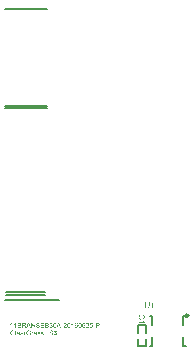
<source format=gto>
%FSLAX25Y25*%
%MOIN*%
G70*
G01*
G75*
%ADD10R,0.01969X0.02362*%
%ADD11R,0.06693X0.03937*%
%ADD12R,0.00984X0.02165*%
%ADD13C,0.01200*%
%ADD14C,0.01000*%
%ADD15C,0.03000*%
%ADD16C,0.01400*%
%ADD17C,0.02200*%
%ADD18R,0.01378X0.07874*%
%ADD19C,0.00984*%
%ADD20C,0.00600*%
%ADD21C,0.00500*%
%ADD22C,0.00787*%
G36*
X-54686Y-5740D02*
X-54666D01*
X-54617Y-5742D01*
X-54566Y-5749D01*
X-54511Y-5756D01*
X-54460Y-5768D01*
X-54435Y-5775D01*
X-54414Y-5782D01*
X-54412D01*
X-54409Y-5784D01*
X-54396Y-5791D01*
X-54375Y-5800D01*
X-54349Y-5816D01*
X-54322Y-5837D01*
X-54291Y-5865D01*
X-54264Y-5897D01*
X-54236Y-5934D01*
Y-5936D01*
X-54234Y-5939D01*
X-54224Y-5953D01*
X-54215Y-5976D01*
X-54201Y-6006D01*
X-54190Y-6040D01*
X-54178Y-6082D01*
X-54171Y-6126D01*
X-54169Y-6174D01*
Y-6177D01*
Y-6181D01*
Y-6190D01*
X-54171Y-6202D01*
Y-6218D01*
X-54174Y-6234D01*
X-54183Y-6274D01*
X-54197Y-6320D01*
X-54215Y-6368D01*
X-54243Y-6417D01*
X-54261Y-6440D01*
X-54280Y-6463D01*
X-54282Y-6465D01*
X-54285Y-6468D01*
X-54291Y-6475D01*
X-54301Y-6481D01*
X-54312Y-6491D01*
X-54326Y-6500D01*
X-54345Y-6511D01*
X-54363Y-6525D01*
X-54386Y-6537D01*
X-54412Y-6549D01*
X-54439Y-6562D01*
X-54469Y-6574D01*
X-54504Y-6583D01*
X-54539Y-6595D01*
X-54578Y-6602D01*
X-54620Y-6609D01*
X-54615Y-6611D01*
X-54606Y-6615D01*
X-54592Y-6625D01*
X-54573Y-6634D01*
X-54532Y-6659D01*
X-54511Y-6675D01*
X-54492Y-6689D01*
X-54488Y-6694D01*
X-54476Y-6706D01*
X-54458Y-6724D01*
X-54435Y-6747D01*
X-54409Y-6780D01*
X-54379Y-6814D01*
X-54349Y-6856D01*
X-54317Y-6902D01*
X-54042Y-7336D01*
X-54305D01*
X-54516Y-7004D01*
Y-7001D01*
X-54520Y-6997D01*
X-54525Y-6990D01*
X-54532Y-6980D01*
X-54548Y-6955D01*
X-54569Y-6923D01*
X-54594Y-6888D01*
X-54620Y-6851D01*
X-54645Y-6816D01*
X-54668Y-6784D01*
X-54670Y-6782D01*
X-54677Y-6773D01*
X-54689Y-6759D01*
X-54705Y-6742D01*
X-54740Y-6708D01*
X-54758Y-6692D01*
X-54777Y-6678D01*
X-54779Y-6675D01*
X-54784Y-6673D01*
X-54793Y-6669D01*
X-54807Y-6662D01*
X-54821Y-6655D01*
X-54837Y-6648D01*
X-54874Y-6636D01*
X-54876D01*
X-54881Y-6634D01*
X-54890D01*
X-54901Y-6632D01*
X-54918Y-6629D01*
X-54936D01*
X-54961Y-6627D01*
X-55234D01*
Y-7336D01*
X-55446D01*
Y-5738D01*
X-54705D01*
X-54686Y-5740D01*
D02*
G37*
G36*
X-52517Y-7336D02*
X-52758D01*
X-52945Y-6851D01*
X-53615D01*
X-53788Y-7336D01*
X-54012D01*
X-53402Y-5738D01*
X-53171D01*
X-52517Y-7336D01*
D02*
G37*
G36*
X-48085Y-5927D02*
X-49029D01*
Y-6414D01*
X-48145D01*
Y-6604D01*
X-49029D01*
Y-7147D01*
X-48048D01*
Y-7336D01*
X-49242D01*
Y-5738D01*
X-48085D01*
Y-5927D01*
D02*
G37*
G36*
X-58766Y-7336D02*
X-58962D01*
Y-6086D01*
X-58965Y-6089D01*
X-58976Y-6098D01*
X-58990Y-6112D01*
X-59013Y-6128D01*
X-59039Y-6149D01*
X-59071Y-6172D01*
X-59108Y-6197D01*
X-59149Y-6223D01*
X-59152D01*
X-59154Y-6225D01*
X-59168Y-6234D01*
X-59191Y-6246D01*
X-59219Y-6260D01*
X-59251Y-6276D01*
X-59286Y-6292D01*
X-59320Y-6308D01*
X-59355Y-6322D01*
Y-6133D01*
X-59353D01*
X-59348Y-6128D01*
X-59339Y-6126D01*
X-59327Y-6119D01*
X-59313Y-6112D01*
X-59297Y-6103D01*
X-59258Y-6080D01*
X-59212Y-6054D01*
X-59166Y-6022D01*
X-59117Y-5985D01*
X-59069Y-5946D01*
X-59066Y-5943D01*
X-59064Y-5941D01*
X-59057Y-5934D01*
X-59048Y-5927D01*
X-59027Y-5904D01*
X-58999Y-5876D01*
X-58972Y-5844D01*
X-58942Y-5807D01*
X-58916Y-5770D01*
X-58893Y-5731D01*
X-58766D01*
Y-7336D01*
D02*
G37*
G36*
X-57523D02*
X-57720D01*
Y-6086D01*
X-57722Y-6089D01*
X-57733Y-6098D01*
X-57747Y-6112D01*
X-57770Y-6128D01*
X-57796Y-6149D01*
X-57828Y-6172D01*
X-57865Y-6197D01*
X-57907Y-6223D01*
X-57909D01*
X-57911Y-6225D01*
X-57925Y-6234D01*
X-57948Y-6246D01*
X-57976Y-6260D01*
X-58008Y-6276D01*
X-58043Y-6292D01*
X-58078Y-6308D01*
X-58112Y-6322D01*
Y-6133D01*
X-58110D01*
X-58105Y-6128D01*
X-58096Y-6126D01*
X-58085Y-6119D01*
X-58071Y-6112D01*
X-58055Y-6103D01*
X-58015Y-6080D01*
X-57969Y-6054D01*
X-57923Y-6022D01*
X-57874Y-5985D01*
X-57826Y-5946D01*
X-57823Y-5943D01*
X-57821Y-5941D01*
X-57814Y-5934D01*
X-57805Y-5927D01*
X-57784Y-5904D01*
X-57757Y-5876D01*
X-57729Y-5844D01*
X-57699Y-5807D01*
X-57673Y-5770D01*
X-57650Y-5731D01*
X-57523D01*
Y-7336D01*
D02*
G37*
G36*
X-56304Y-5740D02*
X-56285D01*
X-56243Y-5745D01*
X-56197Y-5749D01*
X-56149Y-5758D01*
X-56100Y-5770D01*
X-56056Y-5786D01*
X-56054D01*
X-56052Y-5788D01*
X-56038Y-5795D01*
X-56017Y-5807D01*
X-55994Y-5823D01*
X-55966Y-5844D01*
X-55936Y-5869D01*
X-55909Y-5902D01*
X-55883Y-5936D01*
X-55881Y-5941D01*
X-55874Y-5955D01*
X-55862Y-5973D01*
X-55851Y-6001D01*
X-55839Y-6033D01*
X-55828Y-6068D01*
X-55821Y-6107D01*
X-55818Y-6146D01*
Y-6151D01*
Y-6163D01*
X-55821Y-6183D01*
X-55825Y-6209D01*
X-55832Y-6239D01*
X-55844Y-6271D01*
X-55858Y-6304D01*
X-55876Y-6338D01*
X-55879Y-6343D01*
X-55885Y-6352D01*
X-55899Y-6371D01*
X-55918Y-6389D01*
X-55941Y-6412D01*
X-55969Y-6438D01*
X-56003Y-6461D01*
X-56042Y-6484D01*
X-56040D01*
X-56036Y-6486D01*
X-56029Y-6488D01*
X-56019Y-6493D01*
X-55992Y-6502D01*
X-55959Y-6518D01*
X-55925Y-6539D01*
X-55885Y-6565D01*
X-55851Y-6595D01*
X-55818Y-6632D01*
X-55816Y-6636D01*
X-55807Y-6650D01*
X-55793Y-6671D01*
X-55779Y-6699D01*
X-55765Y-6736D01*
X-55751Y-6775D01*
X-55742Y-6821D01*
X-55740Y-6872D01*
Y-6874D01*
Y-6876D01*
Y-6890D01*
X-55742Y-6913D01*
X-55747Y-6941D01*
X-55751Y-6973D01*
X-55761Y-7008D01*
X-55772Y-7045D01*
X-55788Y-7082D01*
X-55791Y-7087D01*
X-55798Y-7098D01*
X-55807Y-7114D01*
X-55821Y-7137D01*
X-55839Y-7161D01*
X-55858Y-7186D01*
X-55881Y-7211D01*
X-55906Y-7232D01*
X-55909Y-7235D01*
X-55918Y-7242D01*
X-55934Y-7251D01*
X-55955Y-7260D01*
X-55980Y-7274D01*
X-56010Y-7288D01*
X-56042Y-7299D01*
X-56082Y-7311D01*
X-56086D01*
X-56100Y-7315D01*
X-56123Y-7318D01*
X-56153Y-7322D01*
X-56190Y-7327D01*
X-56234Y-7332D01*
X-56283Y-7334D01*
X-56338Y-7336D01*
X-56948D01*
Y-5738D01*
X-56320D01*
X-56304Y-5740D01*
D02*
G37*
G36*
X-47119D02*
X-47100D01*
X-47059Y-5745D01*
X-47013Y-5749D01*
X-46964Y-5758D01*
X-46916Y-5770D01*
X-46872Y-5786D01*
X-46870D01*
X-46867Y-5788D01*
X-46853Y-5795D01*
X-46832Y-5807D01*
X-46809Y-5823D01*
X-46782Y-5844D01*
X-46752Y-5869D01*
X-46724Y-5902D01*
X-46699Y-5936D01*
X-46696Y-5941D01*
X-46689Y-5955D01*
X-46678Y-5973D01*
X-46666Y-6001D01*
X-46655Y-6033D01*
X-46643Y-6068D01*
X-46636Y-6107D01*
X-46634Y-6146D01*
Y-6151D01*
Y-6163D01*
X-46636Y-6183D01*
X-46641Y-6209D01*
X-46648Y-6239D01*
X-46659Y-6271D01*
X-46673Y-6304D01*
X-46692Y-6338D01*
X-46694Y-6343D01*
X-46701Y-6352D01*
X-46715Y-6371D01*
X-46733Y-6389D01*
X-46756Y-6412D01*
X-46784Y-6438D01*
X-46819Y-6461D01*
X-46858Y-6484D01*
X-46856D01*
X-46851Y-6486D01*
X-46844Y-6488D01*
X-46835Y-6493D01*
X-46807Y-6502D01*
X-46775Y-6518D01*
X-46740Y-6539D01*
X-46701Y-6565D01*
X-46666Y-6595D01*
X-46634Y-6632D01*
X-46632Y-6636D01*
X-46622Y-6650D01*
X-46608Y-6671D01*
X-46595Y-6699D01*
X-46581Y-6736D01*
X-46567Y-6775D01*
X-46558Y-6821D01*
X-46555Y-6872D01*
Y-6874D01*
Y-6876D01*
Y-6890D01*
X-46558Y-6913D01*
X-46562Y-6941D01*
X-46567Y-6973D01*
X-46576Y-7008D01*
X-46588Y-7045D01*
X-46604Y-7082D01*
X-46606Y-7087D01*
X-46613Y-7098D01*
X-46622Y-7114D01*
X-46636Y-7137D01*
X-46655Y-7161D01*
X-46673Y-7186D01*
X-46696Y-7211D01*
X-46722Y-7232D01*
X-46724Y-7235D01*
X-46733Y-7242D01*
X-46749Y-7251D01*
X-46770Y-7260D01*
X-46796Y-7274D01*
X-46826Y-7288D01*
X-46858Y-7299D01*
X-46897Y-7311D01*
X-46902D01*
X-46916Y-7315D01*
X-46939Y-7318D01*
X-46969Y-7322D01*
X-47006Y-7327D01*
X-47050Y-7332D01*
X-47098Y-7334D01*
X-47154Y-7336D01*
X-47763D01*
Y-5738D01*
X-47135D01*
X-47119Y-5740D01*
D02*
G37*
G36*
X-33601Y-5733D02*
X-33582Y-5735D01*
X-33559Y-5738D01*
X-33534Y-5742D01*
X-33509Y-5747D01*
X-33448Y-5763D01*
X-33388Y-5786D01*
X-33358Y-5800D01*
X-33328Y-5816D01*
X-33301Y-5837D01*
X-33275Y-5860D01*
X-33273Y-5862D01*
X-33268Y-5865D01*
X-33264Y-5874D01*
X-33254Y-5883D01*
X-33243Y-5895D01*
X-33231Y-5911D01*
X-33220Y-5927D01*
X-33206Y-5948D01*
X-33183Y-5992D01*
X-33160Y-6047D01*
X-33150Y-6075D01*
X-33146Y-6107D01*
X-33141Y-6140D01*
X-33139Y-6174D01*
Y-6179D01*
Y-6190D01*
X-33141Y-6209D01*
X-33143Y-6234D01*
X-33148Y-6262D01*
X-33157Y-6294D01*
X-33167Y-6329D01*
X-33180Y-6364D01*
X-33183Y-6368D01*
X-33187Y-6380D01*
X-33197Y-6398D01*
X-33211Y-6424D01*
X-33229Y-6451D01*
X-33252Y-6486D01*
X-33280Y-6521D01*
X-33312Y-6560D01*
X-33317Y-6565D01*
X-33328Y-6578D01*
X-33340Y-6590D01*
X-33351Y-6602D01*
X-33365Y-6615D01*
X-33384Y-6634D01*
X-33402Y-6652D01*
X-33425Y-6673D01*
X-33448Y-6696D01*
X-33476Y-6722D01*
X-33506Y-6747D01*
X-33538Y-6777D01*
X-33575Y-6807D01*
X-33612Y-6840D01*
X-33615Y-6842D01*
X-33619Y-6847D01*
X-33629Y-6853D01*
X-33640Y-6863D01*
X-33654Y-6876D01*
X-33670Y-6890D01*
X-33707Y-6920D01*
X-33746Y-6955D01*
X-33783Y-6990D01*
X-33816Y-7020D01*
X-33830Y-7031D01*
X-33841Y-7043D01*
X-33843Y-7045D01*
X-33850Y-7052D01*
X-33860Y-7061D01*
X-33871Y-7075D01*
X-33883Y-7091D01*
X-33896Y-7107D01*
X-33924Y-7147D01*
X-33136D01*
Y-7336D01*
X-34197D01*
Y-7334D01*
Y-7325D01*
Y-7311D01*
X-34194Y-7292D01*
X-34192Y-7271D01*
X-34188Y-7248D01*
X-34183Y-7225D01*
X-34174Y-7200D01*
Y-7198D01*
X-34171Y-7195D01*
X-34167Y-7181D01*
X-34158Y-7161D01*
X-34144Y-7133D01*
X-34125Y-7101D01*
X-34102Y-7064D01*
X-34077Y-7027D01*
X-34044Y-6987D01*
Y-6985D01*
X-34040Y-6983D01*
X-34028Y-6969D01*
X-34007Y-6948D01*
X-33977Y-6918D01*
X-33943Y-6883D01*
X-33899Y-6842D01*
X-33846Y-6796D01*
X-33788Y-6747D01*
X-33786Y-6745D01*
X-33776Y-6738D01*
X-33763Y-6726D01*
X-33746Y-6713D01*
X-33726Y-6694D01*
X-33700Y-6673D01*
X-33675Y-6650D01*
X-33645Y-6625D01*
X-33587Y-6569D01*
X-33529Y-6514D01*
X-33501Y-6486D01*
X-33476Y-6458D01*
X-33453Y-6433D01*
X-33435Y-6408D01*
Y-6405D01*
X-33430Y-6403D01*
X-33425Y-6396D01*
X-33421Y-6387D01*
X-33404Y-6361D01*
X-33386Y-6331D01*
X-33370Y-6294D01*
X-33354Y-6255D01*
X-33345Y-6211D01*
X-33340Y-6170D01*
Y-6167D01*
Y-6165D01*
X-33342Y-6151D01*
X-33345Y-6128D01*
X-33351Y-6103D01*
X-33361Y-6070D01*
X-33377Y-6038D01*
X-33398Y-6006D01*
X-33425Y-5973D01*
X-33430Y-5969D01*
X-33441Y-5959D01*
X-33458Y-5948D01*
X-33483Y-5932D01*
X-33515Y-5918D01*
X-33552Y-5904D01*
X-33596Y-5895D01*
X-33645Y-5892D01*
X-33659D01*
X-33668Y-5895D01*
X-33696Y-5897D01*
X-33728Y-5904D01*
X-33763Y-5913D01*
X-33802Y-5929D01*
X-33839Y-5950D01*
X-33873Y-5978D01*
X-33878Y-5982D01*
X-33887Y-5994D01*
X-33901Y-6013D01*
X-33915Y-6040D01*
X-33931Y-6073D01*
X-33945Y-6114D01*
X-33954Y-6160D01*
X-33959Y-6213D01*
X-34160Y-6193D01*
Y-6190D01*
X-34158Y-6183D01*
Y-6172D01*
X-34155Y-6156D01*
X-34151Y-6137D01*
X-34146Y-6117D01*
X-34139Y-6091D01*
X-34132Y-6066D01*
X-34114Y-6010D01*
X-34086Y-5955D01*
X-34070Y-5927D01*
X-34049Y-5899D01*
X-34028Y-5874D01*
X-34005Y-5851D01*
X-34003Y-5849D01*
X-33998Y-5846D01*
X-33991Y-5839D01*
X-33980Y-5832D01*
X-33966Y-5823D01*
X-33950Y-5814D01*
X-33931Y-5802D01*
X-33908Y-5791D01*
X-33883Y-5779D01*
X-33855Y-5768D01*
X-33825Y-5758D01*
X-33793Y-5749D01*
X-33758Y-5742D01*
X-33721Y-5735D01*
X-33682Y-5733D01*
X-33640Y-5731D01*
X-33617D01*
X-33601Y-5733D01*
D02*
G37*
G36*
X-30168Y-5740D02*
X-30129Y-5742D01*
X-30087Y-5745D01*
X-30048Y-5749D01*
X-30013Y-5754D01*
X-30009D01*
X-29993Y-5758D01*
X-29972Y-5763D01*
X-29944Y-5770D01*
X-29914Y-5782D01*
X-29882Y-5795D01*
X-29847Y-5812D01*
X-29817Y-5830D01*
X-29812Y-5832D01*
X-29803Y-5839D01*
X-29789Y-5853D01*
X-29771Y-5869D01*
X-29750Y-5890D01*
X-29729Y-5918D01*
X-29706Y-5948D01*
X-29688Y-5982D01*
X-29685Y-5987D01*
X-29681Y-5999D01*
X-29672Y-6019D01*
X-29662Y-6047D01*
X-29655Y-6080D01*
X-29646Y-6117D01*
X-29642Y-6158D01*
X-29639Y-6202D01*
Y-6204D01*
Y-6211D01*
Y-6220D01*
X-29642Y-6237D01*
X-29644Y-6253D01*
X-29646Y-6274D01*
X-29651Y-6297D01*
X-29655Y-6322D01*
X-29672Y-6375D01*
X-29681Y-6403D01*
X-29695Y-6433D01*
X-29711Y-6463D01*
X-29727Y-6491D01*
X-29748Y-6518D01*
X-29771Y-6546D01*
X-29773Y-6549D01*
X-29778Y-6553D01*
X-29785Y-6560D01*
X-29796Y-6567D01*
X-29810Y-6578D01*
X-29829Y-6590D01*
X-29852Y-6604D01*
X-29877Y-6615D01*
X-29907Y-6629D01*
X-29942Y-6643D01*
X-29979Y-6655D01*
X-30023Y-6664D01*
X-30069Y-6673D01*
X-30120Y-6680D01*
X-30177Y-6685D01*
X-30237Y-6687D01*
X-30646D01*
Y-7336D01*
X-30859D01*
Y-5738D01*
X-30203D01*
X-30168Y-5740D01*
D02*
G37*
G36*
X-28711Y-7336D02*
X-28907D01*
Y-6086D01*
X-28909Y-6089D01*
X-28921Y-6098D01*
X-28935Y-6112D01*
X-28958Y-6128D01*
X-28983Y-6149D01*
X-29015Y-6172D01*
X-29052Y-6197D01*
X-29094Y-6223D01*
X-29096D01*
X-29099Y-6225D01*
X-29112Y-6234D01*
X-29136Y-6246D01*
X-29163Y-6260D01*
X-29196Y-6276D01*
X-29230Y-6292D01*
X-29265Y-6308D01*
X-29300Y-6322D01*
Y-6133D01*
X-29297D01*
X-29293Y-6128D01*
X-29283Y-6126D01*
X-29272Y-6119D01*
X-29258Y-6112D01*
X-29242Y-6103D01*
X-29203Y-6080D01*
X-29156Y-6054D01*
X-29110Y-6022D01*
X-29062Y-5985D01*
X-29013Y-5946D01*
X-29011Y-5943D01*
X-29009Y-5941D01*
X-29002Y-5934D01*
X-28992Y-5927D01*
X-28972Y-5904D01*
X-28944Y-5876D01*
X-28916Y-5844D01*
X-28886Y-5807D01*
X-28861Y-5770D01*
X-28838Y-5731D01*
X-28711D01*
Y-7336D01*
D02*
G37*
G36*
X-42460D02*
X-42700D01*
X-42887Y-6851D01*
X-43557D01*
X-43730Y-7336D01*
X-43954D01*
X-43344Y-5738D01*
X-43113D01*
X-42460Y-7336D01*
D02*
G37*
G36*
X-41058Y-5733D02*
X-41039Y-5735D01*
X-41016Y-5738D01*
X-40991Y-5742D01*
X-40965Y-5747D01*
X-40905Y-5763D01*
X-40845Y-5786D01*
X-40815Y-5800D01*
X-40785Y-5816D01*
X-40757Y-5837D01*
X-40732Y-5860D01*
X-40729Y-5862D01*
X-40725Y-5865D01*
X-40720Y-5874D01*
X-40711Y-5883D01*
X-40699Y-5895D01*
X-40688Y-5911D01*
X-40676Y-5927D01*
X-40663Y-5948D01*
X-40639Y-5992D01*
X-40616Y-6047D01*
X-40607Y-6075D01*
X-40602Y-6107D01*
X-40598Y-6140D01*
X-40595Y-6174D01*
Y-6179D01*
Y-6190D01*
X-40598Y-6209D01*
X-40600Y-6234D01*
X-40605Y-6262D01*
X-40614Y-6294D01*
X-40623Y-6329D01*
X-40637Y-6364D01*
X-40639Y-6368D01*
X-40644Y-6380D01*
X-40653Y-6398D01*
X-40667Y-6424D01*
X-40686Y-6451D01*
X-40709Y-6486D01*
X-40736Y-6521D01*
X-40769Y-6560D01*
X-40773Y-6565D01*
X-40785Y-6578D01*
X-40797Y-6590D01*
X-40808Y-6602D01*
X-40822Y-6615D01*
X-40840Y-6634D01*
X-40859Y-6652D01*
X-40882Y-6673D01*
X-40905Y-6696D01*
X-40933Y-6722D01*
X-40963Y-6747D01*
X-40995Y-6777D01*
X-41032Y-6807D01*
X-41069Y-6840D01*
X-41071Y-6842D01*
X-41076Y-6847D01*
X-41085Y-6853D01*
X-41097Y-6863D01*
X-41111Y-6876D01*
X-41127Y-6890D01*
X-41164Y-6920D01*
X-41203Y-6955D01*
X-41240Y-6990D01*
X-41272Y-7020D01*
X-41286Y-7031D01*
X-41298Y-7043D01*
X-41300Y-7045D01*
X-41307Y-7052D01*
X-41316Y-7061D01*
X-41328Y-7075D01*
X-41339Y-7091D01*
X-41353Y-7107D01*
X-41381Y-7147D01*
X-40593D01*
Y-7336D01*
X-41653D01*
Y-7334D01*
Y-7325D01*
Y-7311D01*
X-41651Y-7292D01*
X-41649Y-7271D01*
X-41644Y-7248D01*
X-41640Y-7225D01*
X-41630Y-7200D01*
Y-7198D01*
X-41628Y-7195D01*
X-41623Y-7181D01*
X-41614Y-7161D01*
X-41600Y-7133D01*
X-41582Y-7101D01*
X-41559Y-7064D01*
X-41533Y-7027D01*
X-41501Y-6987D01*
Y-6985D01*
X-41496Y-6983D01*
X-41485Y-6969D01*
X-41464Y-6948D01*
X-41434Y-6918D01*
X-41399Y-6883D01*
X-41355Y-6842D01*
X-41302Y-6796D01*
X-41245Y-6747D01*
X-41242Y-6745D01*
X-41233Y-6738D01*
X-41219Y-6726D01*
X-41203Y-6713D01*
X-41182Y-6694D01*
X-41157Y-6673D01*
X-41131Y-6650D01*
X-41101Y-6625D01*
X-41044Y-6569D01*
X-40986Y-6514D01*
X-40958Y-6486D01*
X-40933Y-6458D01*
X-40910Y-6433D01*
X-40891Y-6408D01*
Y-6405D01*
X-40887Y-6403D01*
X-40882Y-6396D01*
X-40877Y-6387D01*
X-40861Y-6361D01*
X-40843Y-6331D01*
X-40826Y-6294D01*
X-40810Y-6255D01*
X-40801Y-6211D01*
X-40797Y-6170D01*
Y-6167D01*
Y-6165D01*
X-40799Y-6151D01*
X-40801Y-6128D01*
X-40808Y-6103D01*
X-40817Y-6070D01*
X-40834Y-6038D01*
X-40854Y-6006D01*
X-40882Y-5973D01*
X-40887Y-5969D01*
X-40898Y-5959D01*
X-40914Y-5948D01*
X-40940Y-5932D01*
X-40972Y-5918D01*
X-41009Y-5904D01*
X-41053Y-5895D01*
X-41101Y-5892D01*
X-41115D01*
X-41124Y-5895D01*
X-41152Y-5897D01*
X-41185Y-5904D01*
X-41219Y-5913D01*
X-41258Y-5929D01*
X-41295Y-5950D01*
X-41330Y-5978D01*
X-41335Y-5982D01*
X-41344Y-5994D01*
X-41358Y-6013D01*
X-41372Y-6040D01*
X-41388Y-6073D01*
X-41402Y-6114D01*
X-41411Y-6160D01*
X-41416Y-6213D01*
X-41617Y-6193D01*
Y-6190D01*
X-41614Y-6183D01*
Y-6172D01*
X-41612Y-6156D01*
X-41607Y-6137D01*
X-41603Y-6117D01*
X-41596Y-6091D01*
X-41589Y-6066D01*
X-41570Y-6010D01*
X-41543Y-5955D01*
X-41526Y-5927D01*
X-41506Y-5899D01*
X-41485Y-5874D01*
X-41462Y-5851D01*
X-41460Y-5849D01*
X-41455Y-5846D01*
X-41448Y-5839D01*
X-41436Y-5832D01*
X-41423Y-5823D01*
X-41406Y-5814D01*
X-41388Y-5802D01*
X-41365Y-5791D01*
X-41339Y-5779D01*
X-41312Y-5768D01*
X-41282Y-5758D01*
X-41249Y-5749D01*
X-41215Y-5742D01*
X-41178Y-5735D01*
X-41138Y-5733D01*
X-41097Y-5731D01*
X-41074D01*
X-41058Y-5733D01*
D02*
G37*
G36*
X-38401Y-7336D02*
X-38597D01*
Y-6086D01*
X-38600Y-6089D01*
X-38611Y-6098D01*
X-38625Y-6112D01*
X-38648Y-6128D01*
X-38674Y-6149D01*
X-38706Y-6172D01*
X-38743Y-6197D01*
X-38785Y-6223D01*
X-38787D01*
X-38789Y-6225D01*
X-38803Y-6234D01*
X-38826Y-6246D01*
X-38854Y-6260D01*
X-38886Y-6276D01*
X-38921Y-6292D01*
X-38955Y-6308D01*
X-38990Y-6322D01*
Y-6133D01*
X-38988D01*
X-38983Y-6128D01*
X-38974Y-6126D01*
X-38962Y-6119D01*
X-38949Y-6112D01*
X-38932Y-6103D01*
X-38893Y-6080D01*
X-38847Y-6054D01*
X-38801Y-6022D01*
X-38752Y-5985D01*
X-38704Y-5946D01*
X-38701Y-5943D01*
X-38699Y-5941D01*
X-38692Y-5934D01*
X-38683Y-5927D01*
X-38662Y-5904D01*
X-38634Y-5876D01*
X-38607Y-5844D01*
X-38577Y-5807D01*
X-38551Y-5770D01*
X-38528Y-5731D01*
X-38401D01*
Y-7336D01*
D02*
G37*
G36*
X-50958Y-8653D02*
X-50924Y-8656D01*
X-50884Y-8660D01*
X-50845Y-8667D01*
X-50806Y-8677D01*
X-50769Y-8688D01*
X-50764Y-8690D01*
X-50753Y-8695D01*
X-50736Y-8702D01*
X-50716Y-8711D01*
X-50692Y-8725D01*
X-50669Y-8739D01*
X-50649Y-8757D01*
X-50630Y-8776D01*
X-50628Y-8778D01*
X-50623Y-8785D01*
X-50616Y-8797D01*
X-50607Y-8811D01*
X-50595Y-8831D01*
X-50586Y-8852D01*
X-50577Y-8878D01*
X-50570Y-8908D01*
Y-8910D01*
X-50568Y-8917D01*
X-50565Y-8931D01*
X-50563Y-8949D01*
Y-8975D01*
X-50561Y-9005D01*
X-50559Y-9044D01*
Y-9088D01*
Y-9351D01*
Y-9353D01*
Y-9363D01*
Y-9376D01*
Y-9395D01*
Y-9416D01*
Y-9441D01*
X-50556Y-9497D01*
Y-9554D01*
X-50554Y-9612D01*
X-50552Y-9638D01*
Y-9661D01*
X-50549Y-9681D01*
X-50547Y-9698D01*
Y-9700D01*
X-50545Y-9709D01*
X-50542Y-9723D01*
X-50536Y-9742D01*
X-50531Y-9762D01*
X-50522Y-9785D01*
X-50510Y-9811D01*
X-50498Y-9836D01*
X-50704D01*
X-50706Y-9834D01*
X-50709Y-9825D01*
X-50713Y-9813D01*
X-50720Y-9795D01*
X-50727Y-9774D01*
X-50732Y-9748D01*
X-50736Y-9721D01*
X-50741Y-9691D01*
X-50743D01*
X-50746Y-9695D01*
X-50760Y-9707D01*
X-50780Y-9723D01*
X-50808Y-9744D01*
X-50843Y-9765D01*
X-50877Y-9788D01*
X-50914Y-9809D01*
X-50954Y-9825D01*
X-50958Y-9827D01*
X-50972Y-9829D01*
X-50993Y-9836D01*
X-51018Y-9843D01*
X-51051Y-9850D01*
X-51088Y-9855D01*
X-51129Y-9859D01*
X-51171Y-9862D01*
X-51189D01*
X-51203Y-9859D01*
X-51219D01*
X-51238Y-9857D01*
X-51279Y-9850D01*
X-51326Y-9838D01*
X-51376Y-9822D01*
X-51423Y-9799D01*
X-51464Y-9769D01*
X-51469Y-9765D01*
X-51480Y-9753D01*
X-51496Y-9732D01*
X-51515Y-9704D01*
X-51533Y-9670D01*
X-51550Y-9631D01*
X-51561Y-9582D01*
X-51563Y-9559D01*
X-51566Y-9531D01*
Y-9527D01*
Y-9517D01*
X-51563Y-9501D01*
X-51561Y-9480D01*
X-51556Y-9455D01*
X-51550Y-9430D01*
X-51540Y-9402D01*
X-51529Y-9376D01*
X-51526Y-9374D01*
X-51522Y-9365D01*
X-51513Y-9351D01*
X-51501Y-9335D01*
X-51487Y-9316D01*
X-51469Y-9298D01*
X-51450Y-9279D01*
X-51427Y-9263D01*
X-51425Y-9261D01*
X-51416Y-9256D01*
X-51404Y-9247D01*
X-51386Y-9238D01*
X-51365Y-9229D01*
X-51339Y-9217D01*
X-51314Y-9208D01*
X-51284Y-9199D01*
X-51282D01*
X-51272Y-9196D01*
X-51258Y-9192D01*
X-51240Y-9189D01*
X-51217Y-9185D01*
X-51187Y-9180D01*
X-51152Y-9173D01*
X-51111Y-9169D01*
X-51108D01*
X-51099Y-9166D01*
X-51088D01*
X-51071Y-9164D01*
X-51053Y-9162D01*
X-51030Y-9157D01*
X-51004Y-9155D01*
X-50977Y-9150D01*
X-50921Y-9138D01*
X-50861Y-9127D01*
X-50808Y-9113D01*
X-50783Y-9106D01*
X-50760Y-9099D01*
Y-9097D01*
Y-9092D01*
X-50757Y-9078D01*
Y-9062D01*
Y-9053D01*
Y-9048D01*
Y-9046D01*
Y-9044D01*
Y-9030D01*
X-50760Y-9007D01*
X-50764Y-8981D01*
X-50771Y-8954D01*
X-50783Y-8926D01*
X-50797Y-8901D01*
X-50815Y-8880D01*
X-50817Y-8878D01*
X-50829Y-8868D01*
X-50847Y-8859D01*
X-50870Y-8845D01*
X-50903Y-8834D01*
X-50940Y-8822D01*
X-50986Y-8815D01*
X-51039Y-8813D01*
X-51062D01*
X-51085Y-8815D01*
X-51118Y-8820D01*
X-51150Y-8824D01*
X-51185Y-8834D01*
X-51217Y-8845D01*
X-51245Y-8861D01*
X-51247Y-8864D01*
X-51256Y-8871D01*
X-51268Y-8882D01*
X-51282Y-8901D01*
X-51296Y-8924D01*
X-51312Y-8954D01*
X-51326Y-8991D01*
X-51339Y-9032D01*
X-51531Y-9007D01*
Y-9005D01*
X-51529Y-9002D01*
Y-8995D01*
X-51526Y-8986D01*
X-51520Y-8965D01*
X-51510Y-8935D01*
X-51499Y-8905D01*
X-51485Y-8873D01*
X-51466Y-8841D01*
X-51446Y-8811D01*
X-51443Y-8808D01*
X-51434Y-8799D01*
X-51420Y-8785D01*
X-51402Y-8767D01*
X-51376Y-8748D01*
X-51346Y-8730D01*
X-51312Y-8709D01*
X-51272Y-8693D01*
X-51270D01*
X-51268Y-8690D01*
X-51261Y-8688D01*
X-51252Y-8686D01*
X-51228Y-8679D01*
X-51196Y-8672D01*
X-51159Y-8665D01*
X-51113Y-8658D01*
X-51064Y-8653D01*
X-51009Y-8651D01*
X-50984D01*
X-50958Y-8653D01*
D02*
G37*
G36*
X-49829D02*
X-49794Y-8656D01*
X-49757Y-8660D01*
X-49718Y-8670D01*
X-49676Y-8679D01*
X-49637Y-8693D01*
X-49635D01*
X-49632Y-8695D01*
X-49621Y-8700D01*
X-49602Y-8709D01*
X-49579Y-8720D01*
X-49554Y-8737D01*
X-49528Y-8755D01*
X-49505Y-8776D01*
X-49484Y-8799D01*
X-49482Y-8801D01*
X-49477Y-8811D01*
X-49468Y-8827D01*
X-49457Y-8845D01*
X-49445Y-8873D01*
X-49434Y-8903D01*
X-49424Y-8938D01*
X-49415Y-8977D01*
X-49607Y-9002D01*
Y-8998D01*
X-49609Y-8988D01*
X-49614Y-8972D01*
X-49621Y-8951D01*
X-49632Y-8931D01*
X-49646Y-8908D01*
X-49662Y-8884D01*
X-49685Y-8864D01*
X-49688Y-8861D01*
X-49697Y-8857D01*
X-49711Y-8847D01*
X-49732Y-8838D01*
X-49755Y-8829D01*
X-49785Y-8820D01*
X-49822Y-8815D01*
X-49861Y-8813D01*
X-49884D01*
X-49907Y-8815D01*
X-49937Y-8817D01*
X-49967Y-8824D01*
X-49999Y-8831D01*
X-50030Y-8843D01*
X-50055Y-8859D01*
X-50057Y-8861D01*
X-50064Y-8866D01*
X-50073Y-8875D01*
X-50083Y-8889D01*
X-50094Y-8903D01*
X-50103Y-8921D01*
X-50110Y-8942D01*
X-50113Y-8963D01*
Y-8965D01*
Y-8970D01*
X-50110Y-8977D01*
Y-8986D01*
X-50103Y-9009D01*
X-50090Y-9032D01*
X-50087Y-9035D01*
X-50085Y-9037D01*
X-50080Y-9044D01*
X-50071Y-9051D01*
X-50062Y-9058D01*
X-50048Y-9067D01*
X-50032Y-9074D01*
X-50013Y-9083D01*
X-50011D01*
X-50007Y-9085D01*
X-49997Y-9088D01*
X-49981Y-9095D01*
X-49958Y-9102D01*
X-49928Y-9109D01*
X-49909Y-9115D01*
X-49889Y-9120D01*
X-49866Y-9127D01*
X-49840Y-9134D01*
X-49838D01*
X-49831Y-9136D01*
X-49819Y-9138D01*
X-49806Y-9143D01*
X-49789Y-9148D01*
X-49768Y-9152D01*
X-49725Y-9166D01*
X-49676Y-9180D01*
X-49628Y-9196D01*
X-49584Y-9212D01*
X-49565Y-9219D01*
X-49549Y-9226D01*
X-49545Y-9229D01*
X-49535Y-9233D01*
X-49521Y-9240D01*
X-49501Y-9252D01*
X-49480Y-9266D01*
X-49459Y-9284D01*
X-49438Y-9305D01*
X-49420Y-9328D01*
X-49417Y-9330D01*
X-49413Y-9340D01*
X-49404Y-9353D01*
X-49394Y-9374D01*
X-49387Y-9400D01*
X-49378Y-9427D01*
X-49373Y-9460D01*
X-49371Y-9497D01*
Y-9501D01*
Y-9513D01*
X-49373Y-9531D01*
X-49378Y-9557D01*
X-49385Y-9584D01*
X-49397Y-9614D01*
X-49411Y-9649D01*
X-49429Y-9681D01*
X-49431Y-9686D01*
X-49441Y-9695D01*
X-49452Y-9711D01*
X-49471Y-9730D01*
X-49496Y-9751D01*
X-49524Y-9774D01*
X-49556Y-9795D01*
X-49595Y-9815D01*
X-49598D01*
X-49600Y-9818D01*
X-49614Y-9822D01*
X-49637Y-9829D01*
X-49667Y-9838D01*
X-49704Y-9848D01*
X-49745Y-9855D01*
X-49789Y-9859D01*
X-49840Y-9862D01*
X-49861D01*
X-49877Y-9859D01*
X-49896D01*
X-49919Y-9857D01*
X-49942Y-9855D01*
X-49967Y-9850D01*
X-50023Y-9838D01*
X-50080Y-9822D01*
X-50136Y-9799D01*
X-50161Y-9785D01*
X-50184Y-9769D01*
X-50187Y-9767D01*
X-50189Y-9765D01*
X-50203Y-9751D01*
X-50224Y-9730D01*
X-50247Y-9698D01*
X-50272Y-9658D01*
X-50297Y-9612D01*
X-50318Y-9554D01*
X-50335Y-9490D01*
X-50141Y-9460D01*
Y-9462D01*
Y-9464D01*
X-50136Y-9478D01*
X-50131Y-9501D01*
X-50122Y-9527D01*
X-50110Y-9554D01*
X-50097Y-9584D01*
X-50076Y-9614D01*
X-50050Y-9640D01*
X-50046Y-9642D01*
X-50037Y-9649D01*
X-50018Y-9658D01*
X-49995Y-9670D01*
X-49965Y-9681D01*
X-49930Y-9691D01*
X-49889Y-9698D01*
X-49840Y-9700D01*
X-49817D01*
X-49794Y-9698D01*
X-49764Y-9693D01*
X-49732Y-9686D01*
X-49697Y-9677D01*
X-49667Y-9665D01*
X-49639Y-9647D01*
X-49637Y-9644D01*
X-49628Y-9638D01*
X-49618Y-9626D01*
X-49604Y-9610D01*
X-49593Y-9591D01*
X-49581Y-9568D01*
X-49575Y-9545D01*
X-49572Y-9517D01*
Y-9515D01*
Y-9506D01*
X-49575Y-9494D01*
X-49579Y-9478D01*
X-49586Y-9462D01*
X-49598Y-9446D01*
X-49611Y-9427D01*
X-49632Y-9413D01*
X-49635Y-9411D01*
X-49641Y-9409D01*
X-49653Y-9402D01*
X-49672Y-9395D01*
X-49699Y-9386D01*
X-49715Y-9379D01*
X-49734Y-9374D01*
X-49755Y-9367D01*
X-49778Y-9360D01*
X-49803Y-9353D01*
X-49833Y-9347D01*
X-49836D01*
X-49843Y-9344D01*
X-49854Y-9342D01*
X-49868Y-9337D01*
X-49886Y-9333D01*
X-49907Y-9326D01*
X-49951Y-9314D01*
X-50002Y-9298D01*
X-50050Y-9284D01*
X-50097Y-9268D01*
X-50117Y-9259D01*
X-50134Y-9252D01*
X-50138Y-9249D01*
X-50147Y-9245D01*
X-50161Y-9236D01*
X-50180Y-9224D01*
X-50200Y-9208D01*
X-50221Y-9189D01*
X-50242Y-9169D01*
X-50261Y-9143D01*
X-50263Y-9141D01*
X-50267Y-9132D01*
X-50274Y-9115D01*
X-50281Y-9097D01*
X-50288Y-9074D01*
X-50295Y-9046D01*
X-50300Y-9018D01*
X-50302Y-8986D01*
Y-8981D01*
Y-8972D01*
X-50300Y-8958D01*
X-50297Y-8938D01*
X-50293Y-8917D01*
X-50288Y-8891D01*
X-50279Y-8868D01*
X-50267Y-8843D01*
X-50265Y-8841D01*
X-50261Y-8831D01*
X-50254Y-8820D01*
X-50242Y-8804D01*
X-50228Y-8787D01*
X-50212Y-8767D01*
X-50194Y-8748D01*
X-50170Y-8732D01*
X-50168Y-8730D01*
X-50161Y-8727D01*
X-50152Y-8720D01*
X-50138Y-8714D01*
X-50120Y-8704D01*
X-50099Y-8695D01*
X-50073Y-8686D01*
X-50046Y-8677D01*
X-50041Y-8674D01*
X-50032Y-8672D01*
X-50016Y-8667D01*
X-49995Y-8663D01*
X-49970Y-8658D01*
X-49942Y-8656D01*
X-49909Y-8651D01*
X-49854D01*
X-49829Y-8653D01*
D02*
G37*
G36*
X-48711D02*
X-48676Y-8656D01*
X-48639Y-8660D01*
X-48600Y-8670D01*
X-48558Y-8679D01*
X-48519Y-8693D01*
X-48516D01*
X-48514Y-8695D01*
X-48503Y-8700D01*
X-48484Y-8709D01*
X-48461Y-8720D01*
X-48436Y-8737D01*
X-48410Y-8755D01*
X-48387Y-8776D01*
X-48366Y-8799D01*
X-48364Y-8801D01*
X-48359Y-8811D01*
X-48350Y-8827D01*
X-48339Y-8845D01*
X-48327Y-8873D01*
X-48316Y-8903D01*
X-48306Y-8938D01*
X-48297Y-8977D01*
X-48489Y-9002D01*
Y-8998D01*
X-48491Y-8988D01*
X-48496Y-8972D01*
X-48503Y-8951D01*
X-48514Y-8931D01*
X-48528Y-8908D01*
X-48544Y-8884D01*
X-48567Y-8864D01*
X-48570Y-8861D01*
X-48579Y-8857D01*
X-48593Y-8847D01*
X-48614Y-8838D01*
X-48637Y-8829D01*
X-48667Y-8820D01*
X-48704Y-8815D01*
X-48743Y-8813D01*
X-48766D01*
X-48789Y-8815D01*
X-48819Y-8817D01*
X-48849Y-8824D01*
X-48882Y-8831D01*
X-48911Y-8843D01*
X-48937Y-8859D01*
X-48939Y-8861D01*
X-48946Y-8866D01*
X-48955Y-8875D01*
X-48965Y-8889D01*
X-48976Y-8903D01*
X-48985Y-8921D01*
X-48992Y-8942D01*
X-48995Y-8963D01*
Y-8965D01*
Y-8970D01*
X-48992Y-8977D01*
Y-8986D01*
X-48985Y-9009D01*
X-48972Y-9032D01*
X-48969Y-9035D01*
X-48967Y-9037D01*
X-48962Y-9044D01*
X-48953Y-9051D01*
X-48944Y-9058D01*
X-48930Y-9067D01*
X-48914Y-9074D01*
X-48895Y-9083D01*
X-48893D01*
X-48888Y-9085D01*
X-48879Y-9088D01*
X-48863Y-9095D01*
X-48840Y-9102D01*
X-48810Y-9109D01*
X-48791Y-9115D01*
X-48771Y-9120D01*
X-48748Y-9127D01*
X-48722Y-9134D01*
X-48720D01*
X-48713Y-9136D01*
X-48701Y-9138D01*
X-48687Y-9143D01*
X-48671Y-9148D01*
X-48651Y-9152D01*
X-48607Y-9166D01*
X-48558Y-9180D01*
X-48510Y-9196D01*
X-48466Y-9212D01*
X-48447Y-9219D01*
X-48431Y-9226D01*
X-48426Y-9229D01*
X-48417Y-9233D01*
X-48403Y-9240D01*
X-48382Y-9252D01*
X-48362Y-9266D01*
X-48341Y-9284D01*
X-48320Y-9305D01*
X-48302Y-9328D01*
X-48299Y-9330D01*
X-48295Y-9340D01*
X-48285Y-9353D01*
X-48276Y-9374D01*
X-48269Y-9400D01*
X-48260Y-9427D01*
X-48256Y-9460D01*
X-48253Y-9497D01*
Y-9501D01*
Y-9513D01*
X-48256Y-9531D01*
X-48260Y-9557D01*
X-48267Y-9584D01*
X-48279Y-9614D01*
X-48292Y-9649D01*
X-48311Y-9681D01*
X-48313Y-9686D01*
X-48322Y-9695D01*
X-48334Y-9711D01*
X-48353Y-9730D01*
X-48378Y-9751D01*
X-48406Y-9774D01*
X-48438Y-9795D01*
X-48477Y-9815D01*
X-48480D01*
X-48482Y-9818D01*
X-48496Y-9822D01*
X-48519Y-9829D01*
X-48549Y-9838D01*
X-48586Y-9848D01*
X-48627Y-9855D01*
X-48671Y-9859D01*
X-48722Y-9862D01*
X-48743D01*
X-48759Y-9859D01*
X-48778D01*
X-48801Y-9857D01*
X-48824Y-9855D01*
X-48849Y-9850D01*
X-48905Y-9838D01*
X-48962Y-9822D01*
X-49018Y-9799D01*
X-49043Y-9785D01*
X-49066Y-9769D01*
X-49069Y-9767D01*
X-49071Y-9765D01*
X-49085Y-9751D01*
X-49106Y-9730D01*
X-49129Y-9698D01*
X-49154Y-9658D01*
X-49180Y-9612D01*
X-49200Y-9554D01*
X-49216Y-9490D01*
X-49022Y-9460D01*
Y-9462D01*
Y-9464D01*
X-49018Y-9478D01*
X-49013Y-9501D01*
X-49004Y-9527D01*
X-48992Y-9554D01*
X-48978Y-9584D01*
X-48958Y-9614D01*
X-48932Y-9640D01*
X-48928Y-9642D01*
X-48919Y-9649D01*
X-48900Y-9658D01*
X-48877Y-9670D01*
X-48847Y-9681D01*
X-48812Y-9691D01*
X-48771Y-9698D01*
X-48722Y-9700D01*
X-48699D01*
X-48676Y-9698D01*
X-48646Y-9693D01*
X-48614Y-9686D01*
X-48579Y-9677D01*
X-48549Y-9665D01*
X-48521Y-9647D01*
X-48519Y-9644D01*
X-48510Y-9638D01*
X-48500Y-9626D01*
X-48487Y-9610D01*
X-48475Y-9591D01*
X-48463Y-9568D01*
X-48456Y-9545D01*
X-48454Y-9517D01*
Y-9515D01*
Y-9506D01*
X-48456Y-9494D01*
X-48461Y-9478D01*
X-48468Y-9462D01*
X-48480Y-9446D01*
X-48493Y-9427D01*
X-48514Y-9413D01*
X-48516Y-9411D01*
X-48524Y-9409D01*
X-48535Y-9402D01*
X-48553Y-9395D01*
X-48581Y-9386D01*
X-48597Y-9379D01*
X-48616Y-9374D01*
X-48637Y-9367D01*
X-48660Y-9360D01*
X-48685Y-9353D01*
X-48715Y-9347D01*
X-48717D01*
X-48724Y-9344D01*
X-48736Y-9342D01*
X-48750Y-9337D01*
X-48768Y-9333D01*
X-48789Y-9326D01*
X-48833Y-9314D01*
X-48884Y-9298D01*
X-48932Y-9284D01*
X-48978Y-9268D01*
X-48999Y-9259D01*
X-49016Y-9252D01*
X-49020Y-9249D01*
X-49029Y-9245D01*
X-49043Y-9236D01*
X-49062Y-9224D01*
X-49082Y-9208D01*
X-49103Y-9189D01*
X-49124Y-9169D01*
X-49143Y-9143D01*
X-49145Y-9141D01*
X-49150Y-9132D01*
X-49156Y-9115D01*
X-49163Y-9097D01*
X-49170Y-9074D01*
X-49177Y-9046D01*
X-49182Y-9018D01*
X-49184Y-8986D01*
Y-8981D01*
Y-8972D01*
X-49182Y-8958D01*
X-49180Y-8938D01*
X-49175Y-8917D01*
X-49170Y-8891D01*
X-49161Y-8868D01*
X-49150Y-8843D01*
X-49147Y-8841D01*
X-49143Y-8831D01*
X-49136Y-8820D01*
X-49124Y-8804D01*
X-49110Y-8787D01*
X-49094Y-8767D01*
X-49075Y-8748D01*
X-49052Y-8732D01*
X-49050Y-8730D01*
X-49043Y-8727D01*
X-49034Y-8720D01*
X-49020Y-8714D01*
X-49002Y-8704D01*
X-48981Y-8695D01*
X-48955Y-8686D01*
X-48928Y-8677D01*
X-48923Y-8674D01*
X-48914Y-8672D01*
X-48898Y-8667D01*
X-48877Y-8663D01*
X-48851Y-8658D01*
X-48824Y-8656D01*
X-48791Y-8651D01*
X-48736D01*
X-48711Y-8653D01*
D02*
G37*
G36*
X-56696D02*
X-56678Y-8656D01*
X-56655Y-8660D01*
X-56629Y-8665D01*
X-56599Y-8672D01*
X-56572Y-8679D01*
X-56539Y-8690D01*
X-56509Y-8702D01*
X-56477Y-8718D01*
X-56444Y-8737D01*
X-56412Y-8757D01*
X-56382Y-8783D01*
X-56354Y-8811D01*
X-56352Y-8813D01*
X-56347Y-8817D01*
X-56340Y-8827D01*
X-56331Y-8841D01*
X-56320Y-8857D01*
X-56308Y-8875D01*
X-56294Y-8898D01*
X-56280Y-8926D01*
X-56267Y-8956D01*
X-56253Y-8988D01*
X-56241Y-9025D01*
X-56230Y-9065D01*
X-56220Y-9109D01*
X-56213Y-9155D01*
X-56209Y-9203D01*
X-56207Y-9256D01*
Y-9259D01*
Y-9268D01*
Y-9284D01*
X-56209Y-9307D01*
X-57075D01*
Y-9309D01*
Y-9316D01*
X-57073Y-9326D01*
Y-9340D01*
X-57070Y-9356D01*
X-57066Y-9374D01*
X-57059Y-9416D01*
X-57045Y-9462D01*
X-57027Y-9513D01*
X-57001Y-9559D01*
X-56969Y-9601D01*
X-56967D01*
X-56964Y-9605D01*
X-56950Y-9617D01*
X-56929Y-9633D01*
X-56902Y-9649D01*
X-56865Y-9668D01*
X-56823Y-9684D01*
X-56777Y-9695D01*
X-56752Y-9698D01*
X-56724Y-9700D01*
X-56705D01*
X-56685Y-9698D01*
X-56659Y-9693D01*
X-56632Y-9686D01*
X-56599Y-9677D01*
X-56569Y-9663D01*
X-56539Y-9644D01*
X-56537Y-9642D01*
X-56525Y-9633D01*
X-56511Y-9619D01*
X-56495Y-9601D01*
X-56477Y-9575D01*
X-56456Y-9543D01*
X-56435Y-9506D01*
X-56417Y-9462D01*
X-56213Y-9487D01*
Y-9490D01*
X-56216Y-9494D01*
X-56218Y-9504D01*
X-56223Y-9517D01*
X-56230Y-9531D01*
X-56236Y-9550D01*
X-56255Y-9589D01*
X-56278Y-9633D01*
X-56310Y-9679D01*
X-56347Y-9723D01*
X-56394Y-9765D01*
X-56396D01*
X-56401Y-9769D01*
X-56407Y-9774D01*
X-56417Y-9781D01*
X-56431Y-9788D01*
X-56444Y-9795D01*
X-56463Y-9804D01*
X-56484Y-9813D01*
X-56507Y-9822D01*
X-56530Y-9832D01*
X-56588Y-9845D01*
X-56652Y-9857D01*
X-56724Y-9862D01*
X-56749D01*
X-56766Y-9859D01*
X-56786Y-9857D01*
X-56812Y-9852D01*
X-56840Y-9848D01*
X-56870Y-9843D01*
X-56934Y-9825D01*
X-56969Y-9811D01*
X-57001Y-9797D01*
X-57036Y-9778D01*
X-57068Y-9758D01*
X-57098Y-9735D01*
X-57128Y-9707D01*
X-57130Y-9704D01*
X-57135Y-9700D01*
X-57142Y-9691D01*
X-57151Y-9677D01*
X-57163Y-9661D01*
X-57174Y-9642D01*
X-57188Y-9619D01*
X-57202Y-9594D01*
X-57216Y-9564D01*
X-57230Y-9531D01*
X-57241Y-9494D01*
X-57253Y-9455D01*
X-57262Y-9413D01*
X-57269Y-9367D01*
X-57274Y-9319D01*
X-57276Y-9268D01*
Y-9266D01*
Y-9254D01*
Y-9240D01*
X-57274Y-9219D01*
X-57271Y-9194D01*
X-57269Y-9166D01*
X-57265Y-9134D01*
X-57258Y-9102D01*
X-57239Y-9028D01*
X-57227Y-8991D01*
X-57214Y-8951D01*
X-57195Y-8914D01*
X-57174Y-8880D01*
X-57151Y-8845D01*
X-57126Y-8813D01*
X-57124Y-8811D01*
X-57119Y-8806D01*
X-57110Y-8799D01*
X-57098Y-8787D01*
X-57084Y-8776D01*
X-57066Y-8762D01*
X-57045Y-8746D01*
X-57020Y-8732D01*
X-56994Y-8716D01*
X-56964Y-8702D01*
X-56932Y-8688D01*
X-56897Y-8677D01*
X-56860Y-8665D01*
X-56821Y-8658D01*
X-56779Y-8653D01*
X-56735Y-8651D01*
X-56712D01*
X-56696Y-8653D01*
D02*
G37*
G36*
X-57514Y-9836D02*
X-57710D01*
Y-8238D01*
X-57514D01*
Y-9836D01*
D02*
G37*
G36*
X-55426Y-8653D02*
X-55391Y-8656D01*
X-55352Y-8660D01*
X-55313Y-8667D01*
X-55273Y-8677D01*
X-55236Y-8688D01*
X-55232Y-8690D01*
X-55220Y-8695D01*
X-55204Y-8702D01*
X-55183Y-8711D01*
X-55160Y-8725D01*
X-55137Y-8739D01*
X-55116Y-8757D01*
X-55098Y-8776D01*
X-55095Y-8778D01*
X-55091Y-8785D01*
X-55084Y-8797D01*
X-55075Y-8811D01*
X-55063Y-8831D01*
X-55054Y-8852D01*
X-55045Y-8878D01*
X-55038Y-8908D01*
Y-8910D01*
X-55035Y-8917D01*
X-55033Y-8931D01*
X-55031Y-8949D01*
Y-8975D01*
X-55028Y-9005D01*
X-55026Y-9044D01*
Y-9088D01*
Y-9351D01*
Y-9353D01*
Y-9363D01*
Y-9376D01*
Y-9395D01*
Y-9416D01*
Y-9441D01*
X-55024Y-9497D01*
Y-9554D01*
X-55022Y-9612D01*
X-55019Y-9638D01*
Y-9661D01*
X-55017Y-9681D01*
X-55015Y-9698D01*
Y-9700D01*
X-55012Y-9709D01*
X-55010Y-9723D01*
X-55003Y-9742D01*
X-54998Y-9762D01*
X-54989Y-9785D01*
X-54978Y-9811D01*
X-54966Y-9836D01*
X-55172D01*
X-55174Y-9834D01*
X-55176Y-9825D01*
X-55181Y-9813D01*
X-55188Y-9795D01*
X-55195Y-9774D01*
X-55199Y-9748D01*
X-55204Y-9721D01*
X-55209Y-9691D01*
X-55211D01*
X-55213Y-9695D01*
X-55227Y-9707D01*
X-55248Y-9723D01*
X-55276Y-9744D01*
X-55310Y-9765D01*
X-55345Y-9788D01*
X-55382Y-9809D01*
X-55421Y-9825D01*
X-55426Y-9827D01*
X-55440Y-9829D01*
X-55460Y-9836D01*
X-55486Y-9843D01*
X-55518Y-9850D01*
X-55555Y-9855D01*
X-55597Y-9859D01*
X-55638Y-9862D01*
X-55657D01*
X-55671Y-9859D01*
X-55687D01*
X-55705Y-9857D01*
X-55747Y-9850D01*
X-55793Y-9838D01*
X-55844Y-9822D01*
X-55890Y-9799D01*
X-55932Y-9769D01*
X-55936Y-9765D01*
X-55948Y-9753D01*
X-55964Y-9732D01*
X-55982Y-9704D01*
X-56001Y-9670D01*
X-56017Y-9631D01*
X-56029Y-9582D01*
X-56031Y-9559D01*
X-56033Y-9531D01*
Y-9527D01*
Y-9517D01*
X-56031Y-9501D01*
X-56029Y-9480D01*
X-56024Y-9455D01*
X-56017Y-9430D01*
X-56008Y-9402D01*
X-55996Y-9376D01*
X-55994Y-9374D01*
X-55989Y-9365D01*
X-55980Y-9351D01*
X-55969Y-9335D01*
X-55955Y-9316D01*
X-55936Y-9298D01*
X-55918Y-9279D01*
X-55895Y-9263D01*
X-55892Y-9261D01*
X-55883Y-9256D01*
X-55872Y-9247D01*
X-55853Y-9238D01*
X-55832Y-9229D01*
X-55807Y-9217D01*
X-55782Y-9208D01*
X-55751Y-9199D01*
X-55749D01*
X-55740Y-9196D01*
X-55726Y-9192D01*
X-55708Y-9189D01*
X-55685Y-9185D01*
X-55654Y-9180D01*
X-55620Y-9173D01*
X-55578Y-9169D01*
X-55576D01*
X-55567Y-9166D01*
X-55555D01*
X-55539Y-9164D01*
X-55520Y-9162D01*
X-55497Y-9157D01*
X-55472Y-9155D01*
X-55444Y-9150D01*
X-55389Y-9138D01*
X-55329Y-9127D01*
X-55276Y-9113D01*
X-55250Y-9106D01*
X-55227Y-9099D01*
Y-9097D01*
Y-9092D01*
X-55225Y-9078D01*
Y-9062D01*
Y-9053D01*
Y-9048D01*
Y-9046D01*
Y-9044D01*
Y-9030D01*
X-55227Y-9007D01*
X-55232Y-8981D01*
X-55239Y-8954D01*
X-55250Y-8926D01*
X-55264Y-8901D01*
X-55282Y-8880D01*
X-55285Y-8878D01*
X-55296Y-8868D01*
X-55315Y-8859D01*
X-55338Y-8845D01*
X-55370Y-8834D01*
X-55407Y-8822D01*
X-55453Y-8815D01*
X-55507Y-8813D01*
X-55530D01*
X-55553Y-8815D01*
X-55585Y-8820D01*
X-55617Y-8824D01*
X-55652Y-8834D01*
X-55685Y-8845D01*
X-55712Y-8861D01*
X-55714Y-8864D01*
X-55724Y-8871D01*
X-55735Y-8882D01*
X-55749Y-8901D01*
X-55763Y-8924D01*
X-55779Y-8954D01*
X-55793Y-8991D01*
X-55807Y-9032D01*
X-55999Y-9007D01*
Y-9005D01*
X-55996Y-9002D01*
Y-8995D01*
X-55994Y-8986D01*
X-55987Y-8965D01*
X-55978Y-8935D01*
X-55966Y-8905D01*
X-55952Y-8873D01*
X-55934Y-8841D01*
X-55913Y-8811D01*
X-55911Y-8808D01*
X-55902Y-8799D01*
X-55888Y-8785D01*
X-55869Y-8767D01*
X-55844Y-8748D01*
X-55814Y-8730D01*
X-55779Y-8709D01*
X-55740Y-8693D01*
X-55738D01*
X-55735Y-8690D01*
X-55728Y-8688D01*
X-55719Y-8686D01*
X-55696Y-8679D01*
X-55664Y-8672D01*
X-55627Y-8665D01*
X-55581Y-8658D01*
X-55532Y-8653D01*
X-55477Y-8651D01*
X-55451D01*
X-55426Y-8653D01*
D02*
G37*
G36*
X-54261D02*
X-54236Y-8658D01*
X-54206Y-8667D01*
X-54174Y-8679D01*
X-54137Y-8695D01*
X-54097Y-8716D01*
X-54169Y-8896D01*
X-54171Y-8894D01*
X-54181Y-8889D01*
X-54194Y-8882D01*
X-54213Y-8875D01*
X-54234Y-8868D01*
X-54259Y-8861D01*
X-54285Y-8857D01*
X-54310Y-8854D01*
X-54322D01*
X-54333Y-8857D01*
X-54349Y-8859D01*
X-54365Y-8864D01*
X-54386Y-8871D01*
X-54407Y-8880D01*
X-54426Y-8894D01*
X-54428Y-8896D01*
X-54435Y-8901D01*
X-54442Y-8910D01*
X-54453Y-8921D01*
X-54465Y-8938D01*
X-54476Y-8956D01*
X-54488Y-8977D01*
X-54497Y-9002D01*
X-54499Y-9007D01*
X-54502Y-9021D01*
X-54506Y-9042D01*
X-54513Y-9069D01*
X-54520Y-9104D01*
X-54525Y-9143D01*
X-54527Y-9185D01*
X-54530Y-9231D01*
Y-9836D01*
X-54726D01*
Y-8677D01*
X-54548D01*
Y-8852D01*
X-54546Y-8850D01*
X-54536Y-8834D01*
X-54525Y-8813D01*
X-54506Y-8787D01*
X-54488Y-8762D01*
X-54467Y-8734D01*
X-54446Y-8711D01*
X-54426Y-8693D01*
X-54423Y-8690D01*
X-54416Y-8686D01*
X-54402Y-8679D01*
X-54388Y-8672D01*
X-54370Y-8665D01*
X-54347Y-8658D01*
X-54324Y-8653D01*
X-54299Y-8651D01*
X-54282D01*
X-54261Y-8653D01*
D02*
G37*
G36*
X-44534Y-5733D02*
X-44504Y-5738D01*
X-44469Y-5745D01*
X-44433Y-5754D01*
X-44393Y-5765D01*
X-44356Y-5784D01*
X-44354D01*
X-44352Y-5786D01*
X-44340Y-5793D01*
X-44322Y-5805D01*
X-44298Y-5821D01*
X-44273Y-5844D01*
X-44245Y-5869D01*
X-44220Y-5899D01*
X-44194Y-5934D01*
X-44192Y-5939D01*
X-44183Y-5950D01*
X-44174Y-5971D01*
X-44158Y-6001D01*
X-44144Y-6036D01*
X-44125Y-6075D01*
X-44109Y-6121D01*
X-44095Y-6172D01*
Y-6174D01*
X-44093Y-6179D01*
X-44091Y-6186D01*
X-44088Y-6197D01*
X-44086Y-6211D01*
X-44084Y-6227D01*
X-44079Y-6248D01*
X-44077Y-6271D01*
X-44072Y-6297D01*
X-44070Y-6324D01*
X-44067Y-6357D01*
X-44063Y-6389D01*
X-44061Y-6426D01*
Y-6463D01*
X-44058Y-6505D01*
Y-6549D01*
Y-6551D01*
Y-6560D01*
Y-6576D01*
Y-6595D01*
X-44061Y-6620D01*
Y-6648D01*
X-44063Y-6678D01*
X-44065Y-6710D01*
X-44072Y-6784D01*
X-44084Y-6860D01*
X-44098Y-6934D01*
X-44107Y-6969D01*
X-44118Y-7004D01*
Y-7006D01*
X-44121Y-7011D01*
X-44125Y-7020D01*
X-44130Y-7031D01*
X-44135Y-7047D01*
X-44144Y-7064D01*
X-44162Y-7103D01*
X-44185Y-7144D01*
X-44215Y-7191D01*
X-44250Y-7232D01*
X-44291Y-7271D01*
X-44294D01*
X-44296Y-7276D01*
X-44303Y-7281D01*
X-44312Y-7285D01*
X-44324Y-7292D01*
X-44335Y-7301D01*
X-44370Y-7318D01*
X-44412Y-7334D01*
X-44460Y-7350D01*
X-44518Y-7359D01*
X-44580Y-7364D01*
X-44603D01*
X-44620Y-7362D01*
X-44638Y-7359D01*
X-44661Y-7355D01*
X-44686Y-7350D01*
X-44714Y-7343D01*
X-44742Y-7334D01*
X-44772Y-7325D01*
X-44802Y-7311D01*
X-44832Y-7295D01*
X-44862Y-7276D01*
X-44892Y-7253D01*
X-44920Y-7228D01*
X-44945Y-7200D01*
X-44948Y-7198D01*
X-44952Y-7191D01*
X-44959Y-7179D01*
X-44971Y-7161D01*
X-44982Y-7140D01*
X-44994Y-7112D01*
X-45010Y-7080D01*
X-45024Y-7043D01*
X-45038Y-7001D01*
X-45052Y-6953D01*
X-45065Y-6900D01*
X-45077Y-6840D01*
X-45088Y-6775D01*
X-45095Y-6706D01*
X-45100Y-6629D01*
X-45102Y-6549D01*
Y-6546D01*
Y-6537D01*
Y-6521D01*
Y-6502D01*
X-45100Y-6477D01*
Y-6449D01*
X-45098Y-6419D01*
X-45095Y-6384D01*
X-45088Y-6313D01*
X-45077Y-6237D01*
X-45063Y-6160D01*
X-45054Y-6126D01*
X-45045Y-6091D01*
Y-6089D01*
X-45042Y-6084D01*
X-45038Y-6075D01*
X-45033Y-6063D01*
X-45028Y-6047D01*
X-45019Y-6031D01*
X-45001Y-5992D01*
X-44978Y-5950D01*
X-44948Y-5906D01*
X-44913Y-5862D01*
X-44871Y-5825D01*
X-44869D01*
X-44867Y-5821D01*
X-44860Y-5816D01*
X-44851Y-5812D01*
X-44839Y-5802D01*
X-44825Y-5795D01*
X-44791Y-5777D01*
X-44749Y-5761D01*
X-44700Y-5745D01*
X-44643Y-5735D01*
X-44580Y-5731D01*
X-44559D01*
X-44534Y-5733D01*
D02*
G37*
G36*
X-39815D02*
X-39785Y-5738D01*
X-39750Y-5745D01*
X-39713Y-5754D01*
X-39674Y-5765D01*
X-39637Y-5784D01*
X-39635D01*
X-39632Y-5786D01*
X-39621Y-5793D01*
X-39602Y-5805D01*
X-39579Y-5821D01*
X-39554Y-5844D01*
X-39526Y-5869D01*
X-39501Y-5899D01*
X-39475Y-5934D01*
X-39473Y-5939D01*
X-39464Y-5950D01*
X-39454Y-5971D01*
X-39438Y-6001D01*
X-39424Y-6036D01*
X-39406Y-6075D01*
X-39390Y-6121D01*
X-39376Y-6172D01*
Y-6174D01*
X-39374Y-6179D01*
X-39371Y-6186D01*
X-39369Y-6197D01*
X-39367Y-6211D01*
X-39364Y-6227D01*
X-39360Y-6248D01*
X-39357Y-6271D01*
X-39353Y-6297D01*
X-39351Y-6324D01*
X-39348Y-6357D01*
X-39344Y-6389D01*
X-39341Y-6426D01*
Y-6463D01*
X-39339Y-6505D01*
Y-6549D01*
Y-6551D01*
Y-6560D01*
Y-6576D01*
Y-6595D01*
X-39341Y-6620D01*
Y-6648D01*
X-39344Y-6678D01*
X-39346Y-6710D01*
X-39353Y-6784D01*
X-39364Y-6860D01*
X-39378Y-6934D01*
X-39387Y-6969D01*
X-39399Y-7004D01*
Y-7006D01*
X-39401Y-7011D01*
X-39406Y-7020D01*
X-39410Y-7031D01*
X-39415Y-7047D01*
X-39424Y-7064D01*
X-39443Y-7103D01*
X-39466Y-7144D01*
X-39496Y-7191D01*
X-39531Y-7232D01*
X-39572Y-7271D01*
X-39575D01*
X-39577Y-7276D01*
X-39584Y-7281D01*
X-39593Y-7285D01*
X-39605Y-7292D01*
X-39616Y-7301D01*
X-39651Y-7318D01*
X-39692Y-7334D01*
X-39741Y-7350D01*
X-39799Y-7359D01*
X-39861Y-7364D01*
X-39884D01*
X-39900Y-7362D01*
X-39919Y-7359D01*
X-39942Y-7355D01*
X-39967Y-7350D01*
X-39995Y-7343D01*
X-40023Y-7334D01*
X-40053Y-7325D01*
X-40083Y-7311D01*
X-40113Y-7295D01*
X-40143Y-7276D01*
X-40173Y-7253D01*
X-40200Y-7228D01*
X-40226Y-7200D01*
X-40228Y-7198D01*
X-40233Y-7191D01*
X-40240Y-7179D01*
X-40251Y-7161D01*
X-40263Y-7140D01*
X-40275Y-7112D01*
X-40291Y-7080D01*
X-40304Y-7043D01*
X-40318Y-7001D01*
X-40332Y-6953D01*
X-40346Y-6900D01*
X-40358Y-6840D01*
X-40369Y-6775D01*
X-40376Y-6706D01*
X-40381Y-6629D01*
X-40383Y-6549D01*
Y-6546D01*
Y-6537D01*
Y-6521D01*
Y-6502D01*
X-40381Y-6477D01*
Y-6449D01*
X-40378Y-6419D01*
X-40376Y-6384D01*
X-40369Y-6313D01*
X-40358Y-6237D01*
X-40344Y-6160D01*
X-40334Y-6126D01*
X-40325Y-6091D01*
Y-6089D01*
X-40323Y-6084D01*
X-40318Y-6075D01*
X-40314Y-6063D01*
X-40309Y-6047D01*
X-40300Y-6031D01*
X-40281Y-5992D01*
X-40258Y-5950D01*
X-40228Y-5906D01*
X-40194Y-5862D01*
X-40152Y-5825D01*
X-40150D01*
X-40147Y-5821D01*
X-40141Y-5816D01*
X-40131Y-5812D01*
X-40120Y-5802D01*
X-40106Y-5795D01*
X-40071Y-5777D01*
X-40030Y-5761D01*
X-39981Y-5745D01*
X-39923Y-5735D01*
X-39861Y-5731D01*
X-39840D01*
X-39815Y-5733D01*
D02*
G37*
G36*
X-36086D02*
X-36056Y-5738D01*
X-36022Y-5745D01*
X-35985Y-5754D01*
X-35945Y-5765D01*
X-35909Y-5784D01*
X-35906D01*
X-35904Y-5786D01*
X-35892Y-5793D01*
X-35874Y-5805D01*
X-35851Y-5821D01*
X-35825Y-5844D01*
X-35798Y-5869D01*
X-35772Y-5899D01*
X-35747Y-5934D01*
X-35745Y-5939D01*
X-35735Y-5950D01*
X-35726Y-5971D01*
X-35710Y-6001D01*
X-35696Y-6036D01*
X-35678Y-6075D01*
X-35661Y-6121D01*
X-35647Y-6172D01*
Y-6174D01*
X-35645Y-6179D01*
X-35643Y-6186D01*
X-35641Y-6197D01*
X-35638Y-6211D01*
X-35636Y-6227D01*
X-35631Y-6248D01*
X-35629Y-6271D01*
X-35624Y-6297D01*
X-35622Y-6324D01*
X-35620Y-6357D01*
X-35615Y-6389D01*
X-35613Y-6426D01*
Y-6463D01*
X-35611Y-6505D01*
Y-6549D01*
Y-6551D01*
Y-6560D01*
Y-6576D01*
Y-6595D01*
X-35613Y-6620D01*
Y-6648D01*
X-35615Y-6678D01*
X-35618Y-6710D01*
X-35624Y-6784D01*
X-35636Y-6860D01*
X-35650Y-6934D01*
X-35659Y-6969D01*
X-35671Y-7004D01*
Y-7006D01*
X-35673Y-7011D01*
X-35678Y-7020D01*
X-35682Y-7031D01*
X-35687Y-7047D01*
X-35696Y-7064D01*
X-35715Y-7103D01*
X-35738Y-7144D01*
X-35768Y-7191D01*
X-35802Y-7232D01*
X-35844Y-7271D01*
X-35846D01*
X-35849Y-7276D01*
X-35855Y-7281D01*
X-35865Y-7285D01*
X-35876Y-7292D01*
X-35888Y-7301D01*
X-35922Y-7318D01*
X-35964Y-7334D01*
X-36013Y-7350D01*
X-36070Y-7359D01*
X-36133Y-7364D01*
X-36156D01*
X-36172Y-7362D01*
X-36190Y-7359D01*
X-36213Y-7355D01*
X-36239Y-7350D01*
X-36267Y-7343D01*
X-36294Y-7334D01*
X-36324Y-7325D01*
X-36354Y-7311D01*
X-36384Y-7295D01*
X-36414Y-7276D01*
X-36445Y-7253D01*
X-36472Y-7228D01*
X-36498Y-7200D01*
X-36500Y-7198D01*
X-36505Y-7191D01*
X-36511Y-7179D01*
X-36523Y-7161D01*
X-36535Y-7140D01*
X-36546Y-7112D01*
X-36562Y-7080D01*
X-36576Y-7043D01*
X-36590Y-7001D01*
X-36604Y-6953D01*
X-36618Y-6900D01*
X-36629Y-6840D01*
X-36641Y-6775D01*
X-36648Y-6706D01*
X-36652Y-6629D01*
X-36655Y-6549D01*
Y-6546D01*
Y-6537D01*
Y-6521D01*
Y-6502D01*
X-36652Y-6477D01*
Y-6449D01*
X-36650Y-6419D01*
X-36648Y-6384D01*
X-36641Y-6313D01*
X-36629Y-6237D01*
X-36615Y-6160D01*
X-36606Y-6126D01*
X-36597Y-6091D01*
Y-6089D01*
X-36595Y-6084D01*
X-36590Y-6075D01*
X-36585Y-6063D01*
X-36581Y-6047D01*
X-36571Y-6031D01*
X-36553Y-5992D01*
X-36530Y-5950D01*
X-36500Y-5906D01*
X-36465Y-5862D01*
X-36424Y-5825D01*
X-36421D01*
X-36419Y-5821D01*
X-36412Y-5816D01*
X-36403Y-5812D01*
X-36391Y-5802D01*
X-36378Y-5795D01*
X-36343Y-5777D01*
X-36301Y-5761D01*
X-36253Y-5745D01*
X-36195Y-5735D01*
X-36133Y-5731D01*
X-36112D01*
X-36086Y-5733D01*
D02*
G37*
G36*
X-51781Y-8653D02*
X-51755Y-8658D01*
X-51725Y-8667D01*
X-51693Y-8679D01*
X-51656Y-8695D01*
X-51617Y-8716D01*
X-51688Y-8896D01*
X-51691Y-8894D01*
X-51700Y-8889D01*
X-51714Y-8882D01*
X-51732Y-8875D01*
X-51753Y-8868D01*
X-51778Y-8861D01*
X-51804Y-8857D01*
X-51829Y-8854D01*
X-51841D01*
X-51852Y-8857D01*
X-51868Y-8859D01*
X-51885Y-8864D01*
X-51905Y-8871D01*
X-51926Y-8880D01*
X-51945Y-8894D01*
X-51947Y-8896D01*
X-51954Y-8901D01*
X-51961Y-8910D01*
X-51972Y-8921D01*
X-51984Y-8938D01*
X-51995Y-8956D01*
X-52007Y-8977D01*
X-52016Y-9002D01*
X-52018Y-9007D01*
X-52021Y-9021D01*
X-52025Y-9042D01*
X-52032Y-9069D01*
X-52039Y-9104D01*
X-52044Y-9143D01*
X-52046Y-9185D01*
X-52048Y-9231D01*
Y-9836D01*
X-52245D01*
Y-8677D01*
X-52067D01*
Y-8852D01*
X-52065Y-8850D01*
X-52055Y-8834D01*
X-52044Y-8813D01*
X-52025Y-8787D01*
X-52007Y-8762D01*
X-51986Y-8734D01*
X-51965Y-8711D01*
X-51945Y-8693D01*
X-51942Y-8690D01*
X-51935Y-8686D01*
X-51921Y-8679D01*
X-51908Y-8672D01*
X-51889Y-8665D01*
X-51866Y-8658D01*
X-51843Y-8653D01*
X-51818Y-8651D01*
X-51801D01*
X-51781Y-8653D01*
D02*
G37*
G36*
X-53167Y-8212D02*
X-53148D01*
X-53104Y-8217D01*
X-53056Y-8224D01*
X-53005Y-8235D01*
X-52949Y-8249D01*
X-52896Y-8268D01*
X-52894D01*
X-52889Y-8270D01*
X-52882Y-8272D01*
X-52873Y-8277D01*
X-52848Y-8291D01*
X-52815Y-8307D01*
X-52781Y-8330D01*
X-52744Y-8358D01*
X-52709Y-8388D01*
X-52677Y-8425D01*
X-52672Y-8429D01*
X-52663Y-8443D01*
X-52649Y-8464D01*
X-52631Y-8494D01*
X-52612Y-8531D01*
X-52591Y-8577D01*
X-52571Y-8628D01*
X-52554Y-8686D01*
X-52746Y-8737D01*
Y-8734D01*
X-52749Y-8732D01*
X-52751Y-8725D01*
X-52753Y-8716D01*
X-52760Y-8695D01*
X-52769Y-8667D01*
X-52783Y-8635D01*
X-52799Y-8605D01*
X-52815Y-8573D01*
X-52836Y-8545D01*
X-52838Y-8543D01*
X-52846Y-8533D01*
X-52859Y-8522D01*
X-52876Y-8506D01*
X-52896Y-8487D01*
X-52924Y-8469D01*
X-52954Y-8450D01*
X-52989Y-8434D01*
X-52993Y-8432D01*
X-53005Y-8427D01*
X-53026Y-8420D01*
X-53053Y-8411D01*
X-53086Y-8404D01*
X-53123Y-8397D01*
X-53164Y-8392D01*
X-53208Y-8390D01*
X-53234D01*
X-53245Y-8392D01*
X-53259D01*
X-53294Y-8395D01*
X-53333Y-8402D01*
X-53377Y-8409D01*
X-53418Y-8420D01*
X-53460Y-8436D01*
X-53465Y-8439D01*
X-53478Y-8443D01*
X-53497Y-8455D01*
X-53520Y-8466D01*
X-53548Y-8485D01*
X-53578Y-8503D01*
X-53606Y-8526D01*
X-53631Y-8552D01*
X-53633Y-8554D01*
X-53642Y-8563D01*
X-53654Y-8580D01*
X-53668Y-8598D01*
X-53684Y-8621D01*
X-53700Y-8649D01*
X-53716Y-8679D01*
X-53733Y-8711D01*
Y-8714D01*
X-53735Y-8718D01*
X-53737Y-8725D01*
X-53742Y-8737D01*
X-53746Y-8750D01*
X-53751Y-8767D01*
X-53758Y-8785D01*
X-53763Y-8806D01*
X-53774Y-8854D01*
X-53783Y-8910D01*
X-53790Y-8968D01*
X-53793Y-9032D01*
Y-9035D01*
Y-9042D01*
Y-9053D01*
X-53790Y-9067D01*
Y-9085D01*
X-53788Y-9109D01*
X-53786Y-9132D01*
X-53783Y-9157D01*
X-53774Y-9215D01*
X-53763Y-9275D01*
X-53744Y-9335D01*
X-53721Y-9393D01*
Y-9395D01*
X-53716Y-9400D01*
X-53714Y-9407D01*
X-53707Y-9416D01*
X-53691Y-9441D01*
X-53666Y-9473D01*
X-53636Y-9508D01*
X-53598Y-9543D01*
X-53555Y-9575D01*
X-53506Y-9605D01*
X-53504D01*
X-53499Y-9607D01*
X-53492Y-9612D01*
X-53481Y-9617D01*
X-53469Y-9621D01*
X-53453Y-9626D01*
X-53416Y-9640D01*
X-53370Y-9651D01*
X-53319Y-9663D01*
X-53264Y-9672D01*
X-53206Y-9674D01*
X-53183D01*
X-53169Y-9672D01*
X-53155D01*
X-53120Y-9668D01*
X-53079Y-9663D01*
X-53035Y-9654D01*
X-52986Y-9640D01*
X-52938Y-9624D01*
X-52936D01*
X-52931Y-9621D01*
X-52926Y-9619D01*
X-52917Y-9614D01*
X-52892Y-9603D01*
X-52864Y-9589D01*
X-52832Y-9573D01*
X-52797Y-9554D01*
X-52765Y-9534D01*
X-52737Y-9510D01*
Y-9210D01*
X-53208D01*
Y-9021D01*
X-52529D01*
Y-9614D01*
X-52531Y-9617D01*
X-52536Y-9619D01*
X-52545Y-9626D01*
X-52557Y-9635D01*
X-52571Y-9644D01*
X-52587Y-9656D01*
X-52608Y-9670D01*
X-52628Y-9684D01*
X-52677Y-9714D01*
X-52732Y-9746D01*
X-52790Y-9776D01*
X-52852Y-9802D01*
X-52855D01*
X-52859Y-9804D01*
X-52869Y-9806D01*
X-52880Y-9811D01*
X-52896Y-9815D01*
X-52915Y-9822D01*
X-52936Y-9827D01*
X-52956Y-9832D01*
X-53007Y-9843D01*
X-53065Y-9855D01*
X-53127Y-9862D01*
X-53192Y-9864D01*
X-53215D01*
X-53231Y-9862D01*
X-53252D01*
X-53277Y-9859D01*
X-53305Y-9855D01*
X-53335Y-9852D01*
X-53402Y-9838D01*
X-53474Y-9822D01*
X-53548Y-9797D01*
X-53585Y-9783D01*
X-53622Y-9765D01*
X-53624Y-9762D01*
X-53631Y-9760D01*
X-53640Y-9753D01*
X-53654Y-9746D01*
X-53670Y-9735D01*
X-53686Y-9723D01*
X-53730Y-9691D01*
X-53776Y-9649D01*
X-53825Y-9598D01*
X-53871Y-9540D01*
X-53913Y-9473D01*
Y-9471D01*
X-53917Y-9464D01*
X-53922Y-9455D01*
X-53929Y-9439D01*
X-53936Y-9423D01*
X-53943Y-9400D01*
X-53952Y-9376D01*
X-53961Y-9349D01*
X-53970Y-9319D01*
X-53980Y-9284D01*
X-53987Y-9249D01*
X-53993Y-9212D01*
X-54005Y-9132D01*
X-54010Y-9046D01*
Y-9044D01*
Y-9035D01*
Y-9023D01*
X-54007Y-9007D01*
Y-8986D01*
X-54005Y-8961D01*
X-54001Y-8935D01*
X-53998Y-8905D01*
X-53991Y-8873D01*
X-53987Y-8838D01*
X-53968Y-8764D01*
X-53945Y-8688D01*
X-53913Y-8612D01*
X-53910Y-8610D01*
X-53908Y-8603D01*
X-53903Y-8593D01*
X-53894Y-8580D01*
X-53885Y-8561D01*
X-53873Y-8543D01*
X-53841Y-8499D01*
X-53802Y-8448D01*
X-53753Y-8399D01*
X-53698Y-8351D01*
X-53666Y-8330D01*
X-53633Y-8309D01*
X-53631Y-8307D01*
X-53624Y-8305D01*
X-53615Y-8300D01*
X-53601Y-8293D01*
X-53582Y-8286D01*
X-53562Y-8277D01*
X-53539Y-8268D01*
X-53511Y-8258D01*
X-53481Y-8249D01*
X-53448Y-8242D01*
X-53414Y-8233D01*
X-53377Y-8226D01*
X-53296Y-8214D01*
X-53254Y-8210D01*
X-53180D01*
X-53167Y-8212D01*
D02*
G37*
G36*
X-58563D02*
X-58542Y-8214D01*
X-58517Y-8217D01*
X-58491Y-8219D01*
X-58461Y-8226D01*
X-58399Y-8240D01*
X-58329Y-8261D01*
X-58295Y-8275D01*
X-58262Y-8291D01*
X-58230Y-8312D01*
X-58198Y-8332D01*
X-58195Y-8335D01*
X-58191Y-8337D01*
X-58182Y-8344D01*
X-58170Y-8355D01*
X-58158Y-8367D01*
X-58142Y-8383D01*
X-58126Y-8402D01*
X-58108Y-8420D01*
X-58089Y-8443D01*
X-58071Y-8471D01*
X-58050Y-8499D01*
X-58031Y-8529D01*
X-58015Y-8563D01*
X-57997Y-8598D01*
X-57983Y-8635D01*
X-57969Y-8677D01*
X-58177Y-8725D01*
Y-8723D01*
X-58179Y-8718D01*
X-58184Y-8709D01*
X-58188Y-8697D01*
X-58193Y-8683D01*
X-58200Y-8665D01*
X-58218Y-8628D01*
X-58242Y-8586D01*
X-58269Y-8545D01*
X-58304Y-8506D01*
X-58341Y-8471D01*
X-58346Y-8466D01*
X-58359Y-8457D01*
X-58382Y-8446D01*
X-58413Y-8429D01*
X-58452Y-8416D01*
X-58496Y-8402D01*
X-58549Y-8392D01*
X-58607Y-8390D01*
X-58625D01*
X-58637Y-8392D01*
X-58653D01*
X-58671Y-8395D01*
X-58715Y-8402D01*
X-58764Y-8411D01*
X-58815Y-8427D01*
X-58868Y-8450D01*
X-58916Y-8480D01*
X-58918D01*
X-58921Y-8485D01*
X-58937Y-8496D01*
X-58958Y-8515D01*
X-58983Y-8543D01*
X-59013Y-8577D01*
X-59041Y-8617D01*
X-59066Y-8665D01*
X-59089Y-8718D01*
Y-8720D01*
X-59092Y-8725D01*
X-59094Y-8732D01*
X-59096Y-8743D01*
X-59101Y-8757D01*
X-59106Y-8774D01*
X-59113Y-8813D01*
X-59122Y-8859D01*
X-59131Y-8910D01*
X-59136Y-8965D01*
X-59138Y-9025D01*
Y-9028D01*
Y-9035D01*
Y-9046D01*
Y-9060D01*
X-59136Y-9076D01*
Y-9097D01*
X-59133Y-9120D01*
X-59131Y-9145D01*
X-59124Y-9201D01*
X-59113Y-9261D01*
X-59099Y-9321D01*
X-59080Y-9381D01*
Y-9383D01*
X-59078Y-9388D01*
X-59073Y-9395D01*
X-59069Y-9407D01*
X-59055Y-9434D01*
X-59034Y-9467D01*
X-59009Y-9504D01*
X-58976Y-9543D01*
X-58939Y-9578D01*
X-58895Y-9610D01*
X-58893D01*
X-58888Y-9612D01*
X-58881Y-9617D01*
X-58872Y-9621D01*
X-58861Y-9626D01*
X-58847Y-9633D01*
X-58815Y-9647D01*
X-58773Y-9661D01*
X-58727Y-9672D01*
X-58676Y-9681D01*
X-58623Y-9684D01*
X-58607D01*
X-58593Y-9681D01*
X-58577D01*
X-58560Y-9679D01*
X-58519Y-9670D01*
X-58470Y-9658D01*
X-58422Y-9640D01*
X-58371Y-9614D01*
X-58346Y-9601D01*
X-58323Y-9582D01*
X-58320Y-9580D01*
X-58318Y-9578D01*
X-58311Y-9571D01*
X-58302Y-9564D01*
X-58292Y-9552D01*
X-58281Y-9538D01*
X-58267Y-9524D01*
X-58255Y-9506D01*
X-58242Y-9485D01*
X-58226Y-9462D01*
X-58212Y-9439D01*
X-58198Y-9411D01*
X-58186Y-9381D01*
X-58175Y-9349D01*
X-58163Y-9314D01*
X-58154Y-9277D01*
X-57941Y-9330D01*
Y-9333D01*
X-57944Y-9342D01*
X-57948Y-9356D01*
X-57955Y-9374D01*
X-57962Y-9395D01*
X-57971Y-9420D01*
X-57983Y-9448D01*
X-57997Y-9478D01*
X-58029Y-9543D01*
X-58071Y-9607D01*
X-58096Y-9640D01*
X-58122Y-9672D01*
X-58149Y-9700D01*
X-58182Y-9728D01*
X-58184Y-9730D01*
X-58188Y-9735D01*
X-58200Y-9739D01*
X-58212Y-9748D01*
X-58230Y-9760D01*
X-58249Y-9771D01*
X-58274Y-9783D01*
X-58299Y-9795D01*
X-58329Y-9809D01*
X-58362Y-9820D01*
X-58396Y-9832D01*
X-58433Y-9843D01*
X-58473Y-9852D01*
X-58514Y-9857D01*
X-58558Y-9862D01*
X-58604Y-9864D01*
X-58630D01*
X-58648Y-9862D01*
X-58669D01*
X-58694Y-9859D01*
X-58722Y-9855D01*
X-58754Y-9850D01*
X-58821Y-9838D01*
X-58891Y-9820D01*
X-58960Y-9795D01*
X-58992Y-9778D01*
X-59025Y-9760D01*
X-59027Y-9758D01*
X-59032Y-9755D01*
X-59041Y-9748D01*
X-59050Y-9739D01*
X-59064Y-9730D01*
X-59080Y-9716D01*
X-59099Y-9700D01*
X-59117Y-9681D01*
X-59136Y-9661D01*
X-59156Y-9640D01*
X-59198Y-9587D01*
X-59237Y-9524D01*
X-59272Y-9455D01*
Y-9453D01*
X-59276Y-9446D01*
X-59279Y-9434D01*
X-59286Y-9420D01*
X-59290Y-9402D01*
X-59297Y-9379D01*
X-59307Y-9353D01*
X-59313Y-9326D01*
X-59320Y-9296D01*
X-59330Y-9261D01*
X-59341Y-9189D01*
X-59350Y-9109D01*
X-59355Y-9025D01*
Y-9023D01*
Y-9014D01*
Y-9000D01*
X-59353Y-8984D01*
Y-8961D01*
X-59350Y-8938D01*
X-59348Y-8908D01*
X-59343Y-8878D01*
X-59332Y-8811D01*
X-59316Y-8737D01*
X-59293Y-8663D01*
X-59260Y-8591D01*
X-59258Y-8589D01*
X-59256Y-8582D01*
X-59251Y-8573D01*
X-59242Y-8561D01*
X-59233Y-8545D01*
X-59221Y-8526D01*
X-59191Y-8485D01*
X-59152Y-8439D01*
X-59106Y-8392D01*
X-59052Y-8346D01*
X-58990Y-8307D01*
X-58988Y-8305D01*
X-58981Y-8302D01*
X-58972Y-8298D01*
X-58960Y-8291D01*
X-58942Y-8284D01*
X-58923Y-8277D01*
X-58900Y-8268D01*
X-58875Y-8258D01*
X-58847Y-8249D01*
X-58817Y-8240D01*
X-58752Y-8226D01*
X-58678Y-8214D01*
X-58602Y-8210D01*
X-58579D01*
X-58563Y-8212D01*
D02*
G37*
G36*
X-45687D02*
X-45671D01*
X-45627Y-8217D01*
X-45579Y-8224D01*
X-45528Y-8235D01*
X-45473Y-8249D01*
X-45422Y-8268D01*
X-45419D01*
X-45415Y-8270D01*
X-45408Y-8275D01*
X-45399Y-8279D01*
X-45376Y-8291D01*
X-45346Y-8312D01*
X-45311Y-8335D01*
X-45276Y-8365D01*
X-45244Y-8399D01*
X-45214Y-8439D01*
Y-8441D01*
X-45212Y-8443D01*
X-45207Y-8450D01*
X-45202Y-8457D01*
X-45191Y-8480D01*
X-45177Y-8510D01*
X-45161Y-8547D01*
X-45149Y-8591D01*
X-45138Y-8637D01*
X-45133Y-8688D01*
X-45336Y-8704D01*
Y-8702D01*
Y-8697D01*
X-45339Y-8690D01*
X-45341Y-8679D01*
X-45348Y-8653D01*
X-45357Y-8619D01*
X-45371Y-8582D01*
X-45392Y-8545D01*
X-45417Y-8510D01*
X-45450Y-8478D01*
X-45454Y-8476D01*
X-45466Y-8466D01*
X-45489Y-8452D01*
X-45519Y-8439D01*
X-45558Y-8425D01*
X-45604Y-8411D01*
X-45662Y-8402D01*
X-45727Y-8399D01*
X-45759D01*
X-45773Y-8402D01*
X-45791Y-8404D01*
X-45833Y-8409D01*
X-45879Y-8418D01*
X-45925Y-8429D01*
X-45969Y-8448D01*
X-45988Y-8459D01*
X-46006Y-8471D01*
X-46011Y-8473D01*
X-46020Y-8483D01*
X-46034Y-8499D01*
X-46048Y-8517D01*
X-46064Y-8543D01*
X-46078Y-8570D01*
X-46087Y-8603D01*
X-46092Y-8640D01*
Y-8644D01*
Y-8653D01*
X-46089Y-8670D01*
X-46085Y-8688D01*
X-46078Y-8711D01*
X-46066Y-8734D01*
X-46052Y-8757D01*
X-46032Y-8781D01*
X-46029Y-8783D01*
X-46018Y-8790D01*
X-46009Y-8797D01*
X-45999Y-8801D01*
X-45985Y-8808D01*
X-45969Y-8817D01*
X-45948Y-8824D01*
X-45925Y-8834D01*
X-45900Y-8843D01*
X-45870Y-8854D01*
X-45838Y-8864D01*
X-45801Y-8875D01*
X-45759Y-8884D01*
X-45713Y-8896D01*
X-45711D01*
X-45701Y-8898D01*
X-45687Y-8901D01*
X-45671Y-8905D01*
X-45651Y-8910D01*
X-45625Y-8917D01*
X-45600Y-8924D01*
X-45572Y-8931D01*
X-45512Y-8947D01*
X-45454Y-8963D01*
X-45426Y-8972D01*
X-45401Y-8981D01*
X-45378Y-8988D01*
X-45359Y-8998D01*
X-45357D01*
X-45353Y-9000D01*
X-45346Y-9005D01*
X-45336Y-9009D01*
X-45311Y-9023D01*
X-45281Y-9042D01*
X-45246Y-9067D01*
X-45212Y-9095D01*
X-45179Y-9127D01*
X-45151Y-9162D01*
X-45149Y-9166D01*
X-45140Y-9178D01*
X-45131Y-9199D01*
X-45117Y-9226D01*
X-45105Y-9259D01*
X-45094Y-9298D01*
X-45087Y-9342D01*
X-45085Y-9388D01*
Y-9390D01*
Y-9393D01*
Y-9400D01*
Y-9409D01*
X-45089Y-9434D01*
X-45094Y-9467D01*
X-45103Y-9504D01*
X-45115Y-9543D01*
X-45133Y-9584D01*
X-45158Y-9628D01*
Y-9631D01*
X-45161Y-9633D01*
X-45172Y-9647D01*
X-45189Y-9668D01*
X-45212Y-9691D01*
X-45242Y-9718D01*
X-45279Y-9748D01*
X-45320Y-9776D01*
X-45369Y-9802D01*
X-45371D01*
X-45376Y-9804D01*
X-45382Y-9806D01*
X-45392Y-9811D01*
X-45406Y-9815D01*
X-45422Y-9822D01*
X-45459Y-9832D01*
X-45503Y-9843D01*
X-45556Y-9855D01*
X-45614Y-9862D01*
X-45676Y-9864D01*
X-45713D01*
X-45731Y-9862D01*
X-45752D01*
X-45775Y-9859D01*
X-45803Y-9857D01*
X-45861Y-9848D01*
X-45921Y-9838D01*
X-45981Y-9822D01*
X-46039Y-9802D01*
X-46041D01*
X-46046Y-9799D01*
X-46052Y-9795D01*
X-46062Y-9790D01*
X-46089Y-9776D01*
X-46122Y-9755D01*
X-46159Y-9728D01*
X-46198Y-9695D01*
X-46235Y-9656D01*
X-46270Y-9612D01*
Y-9610D01*
X-46274Y-9605D01*
X-46277Y-9598D01*
X-46283Y-9589D01*
X-46288Y-9578D01*
X-46295Y-9564D01*
X-46311Y-9529D01*
X-46327Y-9485D01*
X-46341Y-9437D01*
X-46350Y-9381D01*
X-46355Y-9323D01*
X-46156Y-9305D01*
Y-9307D01*
Y-9309D01*
X-46154Y-9316D01*
Y-9326D01*
X-46150Y-9347D01*
X-46143Y-9376D01*
X-46133Y-9407D01*
X-46124Y-9441D01*
X-46108Y-9473D01*
X-46092Y-9504D01*
X-46089Y-9506D01*
X-46082Y-9515D01*
X-46071Y-9531D01*
X-46052Y-9547D01*
X-46029Y-9568D01*
X-46004Y-9589D01*
X-45969Y-9610D01*
X-45932Y-9628D01*
X-45930D01*
X-45928Y-9631D01*
X-45921Y-9633D01*
X-45914Y-9635D01*
X-45891Y-9642D01*
X-45861Y-9651D01*
X-45824Y-9661D01*
X-45782Y-9668D01*
X-45736Y-9672D01*
X-45685Y-9674D01*
X-45664D01*
X-45641Y-9672D01*
X-45614Y-9670D01*
X-45581Y-9665D01*
X-45544Y-9661D01*
X-45507Y-9651D01*
X-45473Y-9640D01*
X-45468Y-9638D01*
X-45456Y-9633D01*
X-45440Y-9624D01*
X-45419Y-9614D01*
X-45399Y-9598D01*
X-45376Y-9582D01*
X-45353Y-9564D01*
X-45334Y-9540D01*
X-45332Y-9538D01*
X-45327Y-9529D01*
X-45320Y-9517D01*
X-45311Y-9499D01*
X-45302Y-9480D01*
X-45295Y-9457D01*
X-45290Y-9432D01*
X-45288Y-9404D01*
Y-9402D01*
Y-9390D01*
X-45290Y-9376D01*
X-45292Y-9358D01*
X-45299Y-9340D01*
X-45306Y-9316D01*
X-45318Y-9293D01*
X-45334Y-9273D01*
X-45336Y-9270D01*
X-45343Y-9263D01*
X-45353Y-9254D01*
X-45369Y-9240D01*
X-45387Y-9226D01*
X-45413Y-9210D01*
X-45443Y-9194D01*
X-45477Y-9180D01*
X-45480Y-9178D01*
X-45491Y-9176D01*
X-45510Y-9169D01*
X-45521Y-9166D01*
X-45537Y-9162D01*
X-45553Y-9155D01*
X-45574Y-9150D01*
X-45597Y-9143D01*
X-45625Y-9136D01*
X-45653Y-9129D01*
X-45685Y-9120D01*
X-45722Y-9111D01*
X-45761Y-9102D01*
X-45764D01*
X-45771Y-9099D01*
X-45782Y-9097D01*
X-45796Y-9092D01*
X-45814Y-9088D01*
X-45835Y-9083D01*
X-45882Y-9069D01*
X-45932Y-9053D01*
X-45985Y-9037D01*
X-46032Y-9021D01*
X-46052Y-9012D01*
X-46071Y-9002D01*
X-46073D01*
X-46075Y-9000D01*
X-46089Y-8991D01*
X-46110Y-8979D01*
X-46133Y-8961D01*
X-46161Y-8940D01*
X-46189Y-8914D01*
X-46216Y-8884D01*
X-46240Y-8852D01*
X-46242Y-8847D01*
X-46249Y-8836D01*
X-46258Y-8817D01*
X-46267Y-8794D01*
X-46277Y-8764D01*
X-46286Y-8730D01*
X-46293Y-8693D01*
X-46295Y-8653D01*
Y-8651D01*
Y-8649D01*
Y-8642D01*
Y-8633D01*
X-46290Y-8610D01*
X-46286Y-8580D01*
X-46279Y-8545D01*
X-46267Y-8506D01*
X-46251Y-8466D01*
X-46228Y-8427D01*
Y-8425D01*
X-46226Y-8422D01*
X-46214Y-8409D01*
X-46198Y-8390D01*
X-46177Y-8367D01*
X-46150Y-8342D01*
X-46115Y-8314D01*
X-46073Y-8288D01*
X-46027Y-8265D01*
X-46025D01*
X-46020Y-8263D01*
X-46013Y-8261D01*
X-46004Y-8256D01*
X-45992Y-8252D01*
X-45976Y-8247D01*
X-45942Y-8238D01*
X-45898Y-8228D01*
X-45847Y-8219D01*
X-45794Y-8212D01*
X-45734Y-8210D01*
X-45704D01*
X-45687Y-8212D01*
D02*
G37*
G36*
X-44325Y-8233D02*
X-44295Y-8238D01*
X-44258Y-8245D01*
X-44216Y-8256D01*
X-44174Y-8270D01*
X-44133Y-8288D01*
X-44131D01*
X-44128Y-8291D01*
X-44114Y-8298D01*
X-44094Y-8312D01*
X-44071Y-8328D01*
X-44043Y-8351D01*
X-44015Y-8376D01*
X-43987Y-8406D01*
X-43964Y-8441D01*
X-43962Y-8446D01*
X-43955Y-8457D01*
X-43946Y-8478D01*
X-43934Y-8503D01*
X-43923Y-8533D01*
X-43913Y-8568D01*
X-43907Y-8607D01*
X-43904Y-8647D01*
Y-8651D01*
Y-8665D01*
X-43907Y-8683D01*
X-43911Y-8709D01*
X-43918Y-8739D01*
X-43930Y-8771D01*
X-43943Y-8804D01*
X-43962Y-8836D01*
X-43964Y-8841D01*
X-43971Y-8850D01*
X-43985Y-8866D01*
X-44003Y-8884D01*
X-44027Y-8905D01*
X-44054Y-8928D01*
X-44087Y-8949D01*
X-44126Y-8970D01*
X-44124D01*
X-44119Y-8972D01*
X-44112Y-8975D01*
X-44103Y-8977D01*
X-44077Y-8986D01*
X-44045Y-9000D01*
X-44008Y-9018D01*
X-43971Y-9042D01*
X-43936Y-9072D01*
X-43904Y-9106D01*
X-43902Y-9111D01*
X-43893Y-9125D01*
X-43879Y-9148D01*
X-43865Y-9178D01*
X-43851Y-9215D01*
X-43837Y-9259D01*
X-43828Y-9309D01*
X-43826Y-9365D01*
Y-9367D01*
Y-9374D01*
Y-9386D01*
X-43828Y-9400D01*
X-43830Y-9418D01*
X-43835Y-9439D01*
X-43839Y-9462D01*
X-43844Y-9487D01*
X-43863Y-9543D01*
X-43876Y-9573D01*
X-43890Y-9601D01*
X-43909Y-9631D01*
X-43930Y-9661D01*
X-43953Y-9691D01*
X-43980Y-9718D01*
X-43983Y-9721D01*
X-43987Y-9725D01*
X-43997Y-9732D01*
X-44008Y-9742D01*
X-44022Y-9753D01*
X-44040Y-9765D01*
X-44061Y-9778D01*
X-44087Y-9790D01*
X-44112Y-9804D01*
X-44142Y-9818D01*
X-44172Y-9829D01*
X-44207Y-9841D01*
X-44244Y-9850D01*
X-44283Y-9857D01*
X-44322Y-9862D01*
X-44366Y-9864D01*
X-44387D01*
X-44401Y-9862D01*
X-44419Y-9859D01*
X-44440Y-9857D01*
X-44463Y-9852D01*
X-44489Y-9848D01*
X-44544Y-9834D01*
X-44602Y-9811D01*
X-44632Y-9797D01*
X-44660Y-9781D01*
X-44687Y-9760D01*
X-44715Y-9739D01*
X-44717Y-9737D01*
X-44722Y-9732D01*
X-44729Y-9725D01*
X-44736Y-9716D01*
X-44747Y-9704D01*
X-44759Y-9688D01*
X-44773Y-9672D01*
X-44787Y-9651D01*
X-44800Y-9628D01*
X-44814Y-9605D01*
X-44840Y-9550D01*
X-44861Y-9485D01*
X-44867Y-9450D01*
X-44872Y-9413D01*
X-44676Y-9388D01*
Y-9390D01*
X-44673Y-9395D01*
X-44671Y-9404D01*
X-44669Y-9416D01*
X-44666Y-9430D01*
X-44662Y-9446D01*
X-44650Y-9480D01*
X-44634Y-9522D01*
X-44613Y-9561D01*
X-44590Y-9598D01*
X-44563Y-9631D01*
X-44558Y-9633D01*
X-44549Y-9642D01*
X-44530Y-9654D01*
X-44507Y-9665D01*
X-44479Y-9679D01*
X-44445Y-9691D01*
X-44405Y-9700D01*
X-44364Y-9702D01*
X-44350D01*
X-44341Y-9700D01*
X-44315Y-9698D01*
X-44283Y-9691D01*
X-44246Y-9679D01*
X-44207Y-9663D01*
X-44168Y-9640D01*
X-44131Y-9607D01*
X-44126Y-9603D01*
X-44114Y-9589D01*
X-44100Y-9568D01*
X-44082Y-9540D01*
X-44063Y-9506D01*
X-44050Y-9467D01*
X-44038Y-9420D01*
X-44034Y-9369D01*
Y-9367D01*
Y-9363D01*
Y-9356D01*
X-44036Y-9347D01*
X-44038Y-9321D01*
X-44045Y-9291D01*
X-44054Y-9254D01*
X-44071Y-9217D01*
X-44094Y-9180D01*
X-44124Y-9145D01*
X-44128Y-9141D01*
X-44140Y-9132D01*
X-44158Y-9118D01*
X-44184Y-9102D01*
X-44216Y-9085D01*
X-44255Y-9072D01*
X-44299Y-9062D01*
X-44348Y-9058D01*
X-44368D01*
X-44385Y-9060D01*
X-44405Y-9062D01*
X-44429Y-9067D01*
X-44456Y-9072D01*
X-44486Y-9078D01*
X-44463Y-8905D01*
X-44452D01*
X-44442Y-8908D01*
X-44412D01*
X-44387Y-8903D01*
X-44357Y-8898D01*
X-44322Y-8891D01*
X-44283Y-8880D01*
X-44246Y-8864D01*
X-44207Y-8843D01*
X-44204D01*
X-44202Y-8841D01*
X-44191Y-8831D01*
X-44174Y-8815D01*
X-44156Y-8794D01*
X-44137Y-8764D01*
X-44121Y-8730D01*
X-44110Y-8690D01*
X-44105Y-8667D01*
Y-8642D01*
Y-8640D01*
Y-8637D01*
Y-8623D01*
X-44110Y-8605D01*
X-44114Y-8580D01*
X-44124Y-8552D01*
X-44135Y-8522D01*
X-44154Y-8492D01*
X-44179Y-8464D01*
X-44181Y-8462D01*
X-44193Y-8452D01*
X-44209Y-8441D01*
X-44230Y-8427D01*
X-44258Y-8416D01*
X-44290Y-8404D01*
X-44327Y-8395D01*
X-44368Y-8392D01*
X-44387D01*
X-44408Y-8397D01*
X-44435Y-8402D01*
X-44466Y-8411D01*
X-44495Y-8422D01*
X-44528Y-8441D01*
X-44558Y-8464D01*
X-44560Y-8466D01*
X-44569Y-8478D01*
X-44583Y-8494D01*
X-44600Y-8517D01*
X-44616Y-8547D01*
X-44632Y-8584D01*
X-44646Y-8628D01*
X-44655Y-8679D01*
X-44851Y-8644D01*
Y-8642D01*
X-44849Y-8635D01*
X-44847Y-8626D01*
X-44844Y-8612D01*
X-44840Y-8596D01*
X-44833Y-8577D01*
X-44819Y-8533D01*
X-44796Y-8483D01*
X-44768Y-8432D01*
X-44733Y-8383D01*
X-44690Y-8339D01*
X-44687Y-8337D01*
X-44683Y-8335D01*
X-44676Y-8330D01*
X-44666Y-8323D01*
X-44655Y-8314D01*
X-44639Y-8305D01*
X-44623Y-8295D01*
X-44602Y-8284D01*
X-44556Y-8265D01*
X-44502Y-8247D01*
X-44440Y-8235D01*
X-44408Y-8231D01*
X-44350D01*
X-44325Y-8233D01*
D02*
G37*
G36*
X-41785Y-6856D02*
X-42393D01*
Y-6659D01*
X-41785D01*
Y-6856D01*
D02*
G37*
G36*
X-31099D02*
X-31707D01*
Y-6659D01*
X-31099D01*
Y-6856D01*
D02*
G37*
G36*
X-50138Y-5712D02*
X-50122D01*
X-50078Y-5717D01*
X-50030Y-5724D01*
X-49979Y-5735D01*
X-49923Y-5749D01*
X-49872Y-5768D01*
X-49870D01*
X-49866Y-5770D01*
X-49859Y-5775D01*
X-49849Y-5779D01*
X-49826Y-5791D01*
X-49796Y-5812D01*
X-49762Y-5835D01*
X-49727Y-5865D01*
X-49695Y-5899D01*
X-49665Y-5939D01*
Y-5941D01*
X-49662Y-5943D01*
X-49658Y-5950D01*
X-49653Y-5957D01*
X-49641Y-5980D01*
X-49628Y-6010D01*
X-49611Y-6047D01*
X-49600Y-6091D01*
X-49588Y-6137D01*
X-49584Y-6188D01*
X-49787Y-6204D01*
Y-6202D01*
Y-6197D01*
X-49789Y-6190D01*
X-49792Y-6179D01*
X-49799Y-6154D01*
X-49808Y-6119D01*
X-49822Y-6082D01*
X-49843Y-6045D01*
X-49868Y-6010D01*
X-49900Y-5978D01*
X-49905Y-5976D01*
X-49916Y-5966D01*
X-49940Y-5953D01*
X-49970Y-5939D01*
X-50009Y-5925D01*
X-50055Y-5911D01*
X-50113Y-5902D01*
X-50177Y-5899D01*
X-50210D01*
X-50224Y-5902D01*
X-50242Y-5904D01*
X-50284Y-5909D01*
X-50330Y-5918D01*
X-50376Y-5929D01*
X-50420Y-5948D01*
X-50438Y-5959D01*
X-50457Y-5971D01*
X-50462Y-5973D01*
X-50471Y-5982D01*
X-50485Y-5999D01*
X-50498Y-6017D01*
X-50515Y-6043D01*
X-50529Y-6070D01*
X-50538Y-6103D01*
X-50542Y-6140D01*
Y-6144D01*
Y-6154D01*
X-50540Y-6170D01*
X-50536Y-6188D01*
X-50529Y-6211D01*
X-50517Y-6234D01*
X-50503Y-6257D01*
X-50482Y-6280D01*
X-50480Y-6283D01*
X-50468Y-6290D01*
X-50459Y-6297D01*
X-50450Y-6301D01*
X-50436Y-6308D01*
X-50420Y-6318D01*
X-50399Y-6324D01*
X-50376Y-6334D01*
X-50351Y-6343D01*
X-50321Y-6354D01*
X-50288Y-6364D01*
X-50251Y-6375D01*
X-50210Y-6384D01*
X-50164Y-6396D01*
X-50161D01*
X-50152Y-6398D01*
X-50138Y-6401D01*
X-50122Y-6405D01*
X-50101Y-6410D01*
X-50076Y-6417D01*
X-50050Y-6424D01*
X-50023Y-6431D01*
X-49963Y-6447D01*
X-49905Y-6463D01*
X-49877Y-6472D01*
X-49852Y-6481D01*
X-49829Y-6488D01*
X-49810Y-6498D01*
X-49808D01*
X-49803Y-6500D01*
X-49796Y-6505D01*
X-49787Y-6509D01*
X-49762Y-6523D01*
X-49732Y-6542D01*
X-49697Y-6567D01*
X-49662Y-6595D01*
X-49630Y-6627D01*
X-49602Y-6662D01*
X-49600Y-6666D01*
X-49591Y-6678D01*
X-49581Y-6699D01*
X-49568Y-6726D01*
X-49556Y-6759D01*
X-49545Y-6798D01*
X-49538Y-6842D01*
X-49535Y-6888D01*
Y-6890D01*
Y-6893D01*
Y-6900D01*
Y-6909D01*
X-49540Y-6934D01*
X-49545Y-6967D01*
X-49554Y-7004D01*
X-49565Y-7043D01*
X-49584Y-7084D01*
X-49609Y-7128D01*
Y-7131D01*
X-49611Y-7133D01*
X-49623Y-7147D01*
X-49639Y-7168D01*
X-49662Y-7191D01*
X-49692Y-7218D01*
X-49729Y-7248D01*
X-49771Y-7276D01*
X-49819Y-7301D01*
X-49822D01*
X-49826Y-7304D01*
X-49833Y-7306D01*
X-49843Y-7311D01*
X-49856Y-7315D01*
X-49872Y-7322D01*
X-49909Y-7332D01*
X-49953Y-7343D01*
X-50007Y-7355D01*
X-50064Y-7362D01*
X-50127Y-7364D01*
X-50164D01*
X-50182Y-7362D01*
X-50203D01*
X-50226Y-7359D01*
X-50254Y-7357D01*
X-50311Y-7348D01*
X-50371Y-7339D01*
X-50432Y-7322D01*
X-50489Y-7301D01*
X-50492D01*
X-50496Y-7299D01*
X-50503Y-7295D01*
X-50512Y-7290D01*
X-50540Y-7276D01*
X-50572Y-7255D01*
X-50609Y-7228D01*
X-50649Y-7195D01*
X-50686Y-7156D01*
X-50720Y-7112D01*
Y-7110D01*
X-50725Y-7105D01*
X-50727Y-7098D01*
X-50734Y-7089D01*
X-50739Y-7078D01*
X-50746Y-7064D01*
X-50762Y-7029D01*
X-50778Y-6985D01*
X-50792Y-6937D01*
X-50801Y-6881D01*
X-50806Y-6823D01*
X-50607Y-6805D01*
Y-6807D01*
Y-6809D01*
X-50605Y-6816D01*
Y-6826D01*
X-50600Y-6847D01*
X-50593Y-6876D01*
X-50584Y-6906D01*
X-50575Y-6941D01*
X-50559Y-6973D01*
X-50542Y-7004D01*
X-50540Y-7006D01*
X-50533Y-7015D01*
X-50522Y-7031D01*
X-50503Y-7047D01*
X-50480Y-7068D01*
X-50455Y-7089D01*
X-50420Y-7110D01*
X-50383Y-7128D01*
X-50381D01*
X-50378Y-7131D01*
X-50371Y-7133D01*
X-50365Y-7135D01*
X-50341Y-7142D01*
X-50311Y-7151D01*
X-50274Y-7161D01*
X-50233Y-7168D01*
X-50187Y-7172D01*
X-50136Y-7175D01*
X-50115D01*
X-50092Y-7172D01*
X-50064Y-7170D01*
X-50032Y-7165D01*
X-49995Y-7161D01*
X-49958Y-7151D01*
X-49923Y-7140D01*
X-49919Y-7137D01*
X-49907Y-7133D01*
X-49891Y-7124D01*
X-49870Y-7114D01*
X-49849Y-7098D01*
X-49826Y-7082D01*
X-49803Y-7064D01*
X-49785Y-7040D01*
X-49782Y-7038D01*
X-49778Y-7029D01*
X-49771Y-7017D01*
X-49762Y-6999D01*
X-49752Y-6980D01*
X-49745Y-6957D01*
X-49741Y-6932D01*
X-49738Y-6904D01*
Y-6902D01*
Y-6890D01*
X-49741Y-6876D01*
X-49743Y-6858D01*
X-49750Y-6840D01*
X-49757Y-6816D01*
X-49768Y-6793D01*
X-49785Y-6773D01*
X-49787Y-6770D01*
X-49794Y-6763D01*
X-49803Y-6754D01*
X-49819Y-6740D01*
X-49838Y-6726D01*
X-49863Y-6710D01*
X-49893Y-6694D01*
X-49928Y-6680D01*
X-49930Y-6678D01*
X-49942Y-6675D01*
X-49960Y-6669D01*
X-49972Y-6666D01*
X-49988Y-6662D01*
X-50004Y-6655D01*
X-50025Y-6650D01*
X-50048Y-6643D01*
X-50076Y-6636D01*
X-50103Y-6629D01*
X-50136Y-6620D01*
X-50173Y-6611D01*
X-50212Y-6602D01*
X-50214D01*
X-50221Y-6599D01*
X-50233Y-6597D01*
X-50247Y-6592D01*
X-50265Y-6588D01*
X-50286Y-6583D01*
X-50332Y-6569D01*
X-50383Y-6553D01*
X-50436Y-6537D01*
X-50482Y-6521D01*
X-50503Y-6511D01*
X-50522Y-6502D01*
X-50524D01*
X-50526Y-6500D01*
X-50540Y-6491D01*
X-50561Y-6479D01*
X-50584Y-6461D01*
X-50612Y-6440D01*
X-50639Y-6414D01*
X-50667Y-6384D01*
X-50690Y-6352D01*
X-50692Y-6347D01*
X-50700Y-6336D01*
X-50709Y-6318D01*
X-50718Y-6294D01*
X-50727Y-6264D01*
X-50736Y-6230D01*
X-50743Y-6193D01*
X-50746Y-6154D01*
Y-6151D01*
Y-6149D01*
Y-6142D01*
Y-6133D01*
X-50741Y-6110D01*
X-50736Y-6080D01*
X-50730Y-6045D01*
X-50718Y-6006D01*
X-50702Y-5966D01*
X-50679Y-5927D01*
Y-5925D01*
X-50676Y-5922D01*
X-50665Y-5909D01*
X-50649Y-5890D01*
X-50628Y-5867D01*
X-50600Y-5842D01*
X-50565Y-5814D01*
X-50524Y-5788D01*
X-50478Y-5765D01*
X-50475D01*
X-50471Y-5763D01*
X-50464Y-5761D01*
X-50455Y-5756D01*
X-50443Y-5751D01*
X-50427Y-5747D01*
X-50392Y-5738D01*
X-50348Y-5728D01*
X-50297Y-5719D01*
X-50244Y-5712D01*
X-50184Y-5710D01*
X-50154D01*
X-50138Y-5712D01*
D02*
G37*
G36*
X-45795Y-5733D02*
X-45765Y-5738D01*
X-45728Y-5745D01*
X-45687Y-5756D01*
X-45645Y-5770D01*
X-45604Y-5788D01*
X-45601D01*
X-45599Y-5791D01*
X-45585Y-5798D01*
X-45564Y-5812D01*
X-45541Y-5828D01*
X-45513Y-5851D01*
X-45486Y-5876D01*
X-45458Y-5906D01*
X-45435Y-5941D01*
X-45433Y-5946D01*
X-45426Y-5957D01*
X-45417Y-5978D01*
X-45405Y-6003D01*
X-45393Y-6033D01*
X-45384Y-6068D01*
X-45377Y-6107D01*
X-45375Y-6146D01*
Y-6151D01*
Y-6165D01*
X-45377Y-6183D01*
X-45382Y-6209D01*
X-45389Y-6239D01*
X-45400Y-6271D01*
X-45414Y-6304D01*
X-45433Y-6336D01*
X-45435Y-6341D01*
X-45442Y-6350D01*
X-45456Y-6366D01*
X-45474Y-6384D01*
X-45497Y-6405D01*
X-45525Y-6428D01*
X-45557Y-6449D01*
X-45597Y-6470D01*
X-45594D01*
X-45590Y-6472D01*
X-45583Y-6475D01*
X-45574Y-6477D01*
X-45548Y-6486D01*
X-45516Y-6500D01*
X-45479Y-6518D01*
X-45442Y-6542D01*
X-45407Y-6572D01*
X-45375Y-6606D01*
X-45373Y-6611D01*
X-45363Y-6625D01*
X-45349Y-6648D01*
X-45336Y-6678D01*
X-45322Y-6715D01*
X-45308Y-6759D01*
X-45299Y-6809D01*
X-45296Y-6865D01*
Y-6867D01*
Y-6874D01*
Y-6886D01*
X-45299Y-6900D01*
X-45301Y-6918D01*
X-45306Y-6939D01*
X-45310Y-6962D01*
X-45315Y-6987D01*
X-45333Y-7043D01*
X-45347Y-7073D01*
X-45361Y-7101D01*
X-45380Y-7131D01*
X-45400Y-7161D01*
X-45423Y-7191D01*
X-45451Y-7218D01*
X-45454Y-7221D01*
X-45458Y-7225D01*
X-45467Y-7232D01*
X-45479Y-7242D01*
X-45493Y-7253D01*
X-45511Y-7265D01*
X-45532Y-7278D01*
X-45557Y-7290D01*
X-45583Y-7304D01*
X-45613Y-7318D01*
X-45643Y-7329D01*
X-45678Y-7341D01*
X-45715Y-7350D01*
X-45754Y-7357D01*
X-45793Y-7362D01*
X-45837Y-7364D01*
X-45858D01*
X-45872Y-7362D01*
X-45890Y-7359D01*
X-45911Y-7357D01*
X-45934Y-7352D01*
X-45959Y-7348D01*
X-46015Y-7334D01*
X-46073Y-7311D01*
X-46103Y-7297D01*
X-46130Y-7281D01*
X-46158Y-7260D01*
X-46186Y-7239D01*
X-46188Y-7237D01*
X-46193Y-7232D01*
X-46200Y-7225D01*
X-46207Y-7216D01*
X-46218Y-7204D01*
X-46230Y-7188D01*
X-46244Y-7172D01*
X-46257Y-7151D01*
X-46271Y-7128D01*
X-46285Y-7105D01*
X-46310Y-7050D01*
X-46331Y-6985D01*
X-46338Y-6950D01*
X-46343Y-6913D01*
X-46147Y-6888D01*
Y-6890D01*
X-46144Y-6895D01*
X-46142Y-6904D01*
X-46139Y-6916D01*
X-46137Y-6930D01*
X-46133Y-6946D01*
X-46121Y-6980D01*
X-46105Y-7022D01*
X-46084Y-7061D01*
X-46061Y-7098D01*
X-46033Y-7131D01*
X-46029Y-7133D01*
X-46019Y-7142D01*
X-46001Y-7154D01*
X-45978Y-7165D01*
X-45950Y-7179D01*
X-45915Y-7191D01*
X-45876Y-7200D01*
X-45835Y-7202D01*
X-45821D01*
X-45812Y-7200D01*
X-45786Y-7198D01*
X-45754Y-7191D01*
X-45717Y-7179D01*
X-45678Y-7163D01*
X-45638Y-7140D01*
X-45601Y-7107D01*
X-45597Y-7103D01*
X-45585Y-7089D01*
X-45571Y-7068D01*
X-45553Y-7040D01*
X-45534Y-7006D01*
X-45520Y-6967D01*
X-45509Y-6920D01*
X-45504Y-6870D01*
Y-6867D01*
Y-6863D01*
Y-6856D01*
X-45507Y-6847D01*
X-45509Y-6821D01*
X-45516Y-6791D01*
X-45525Y-6754D01*
X-45541Y-6717D01*
X-45564Y-6680D01*
X-45594Y-6645D01*
X-45599Y-6641D01*
X-45611Y-6632D01*
X-45629Y-6618D01*
X-45654Y-6602D01*
X-45687Y-6585D01*
X-45726Y-6572D01*
X-45770Y-6562D01*
X-45818Y-6558D01*
X-45839D01*
X-45855Y-6560D01*
X-45876Y-6562D01*
X-45899Y-6567D01*
X-45927Y-6572D01*
X-45957Y-6578D01*
X-45934Y-6405D01*
X-45922D01*
X-45913Y-6408D01*
X-45883D01*
X-45858Y-6403D01*
X-45828Y-6398D01*
X-45793Y-6391D01*
X-45754Y-6380D01*
X-45717Y-6364D01*
X-45678Y-6343D01*
X-45675D01*
X-45673Y-6341D01*
X-45661Y-6331D01*
X-45645Y-6315D01*
X-45627Y-6294D01*
X-45608Y-6264D01*
X-45592Y-6230D01*
X-45581Y-6190D01*
X-45576Y-6167D01*
Y-6142D01*
Y-6140D01*
Y-6137D01*
Y-6123D01*
X-45581Y-6105D01*
X-45585Y-6080D01*
X-45594Y-6052D01*
X-45606Y-6022D01*
X-45624Y-5992D01*
X-45650Y-5964D01*
X-45652Y-5962D01*
X-45664Y-5953D01*
X-45680Y-5941D01*
X-45701Y-5927D01*
X-45728Y-5915D01*
X-45761Y-5904D01*
X-45798Y-5895D01*
X-45839Y-5892D01*
X-45858D01*
X-45878Y-5897D01*
X-45906Y-5902D01*
X-45936Y-5911D01*
X-45966Y-5922D01*
X-45999Y-5941D01*
X-46029Y-5964D01*
X-46031Y-5966D01*
X-46040Y-5978D01*
X-46054Y-5994D01*
X-46070Y-6017D01*
X-46086Y-6047D01*
X-46103Y-6084D01*
X-46116Y-6128D01*
X-46126Y-6179D01*
X-46322Y-6144D01*
Y-6142D01*
X-46320Y-6135D01*
X-46317Y-6126D01*
X-46315Y-6112D01*
X-46310Y-6096D01*
X-46304Y-6077D01*
X-46290Y-6033D01*
X-46267Y-5982D01*
X-46239Y-5932D01*
X-46204Y-5883D01*
X-46160Y-5839D01*
X-46158Y-5837D01*
X-46153Y-5835D01*
X-46147Y-5830D01*
X-46137Y-5823D01*
X-46126Y-5814D01*
X-46110Y-5805D01*
X-46093Y-5795D01*
X-46073Y-5784D01*
X-46026Y-5765D01*
X-45973Y-5747D01*
X-45911Y-5735D01*
X-45878Y-5731D01*
X-45821D01*
X-45795Y-5733D01*
D02*
G37*
G36*
X-34814D02*
X-34797D01*
X-34779Y-5735D01*
X-34735Y-5745D01*
X-34687Y-5756D01*
X-34636Y-5775D01*
X-34585Y-5802D01*
X-34560Y-5818D01*
X-34536Y-5837D01*
X-34534Y-5839D01*
X-34532Y-5842D01*
X-34525Y-5849D01*
X-34518Y-5855D01*
X-34506Y-5867D01*
X-34497Y-5881D01*
X-34472Y-5913D01*
X-34446Y-5955D01*
X-34423Y-6006D01*
X-34402Y-6063D01*
X-34389Y-6128D01*
X-34585Y-6144D01*
Y-6142D01*
X-34587Y-6140D01*
X-34589Y-6126D01*
X-34596Y-6105D01*
X-34606Y-6080D01*
X-34615Y-6052D01*
X-34629Y-6024D01*
X-34645Y-5999D01*
X-34661Y-5978D01*
X-34666Y-5973D01*
X-34675Y-5964D01*
X-34691Y-5950D01*
X-34714Y-5934D01*
X-34744Y-5920D01*
X-34777Y-5906D01*
X-34816Y-5897D01*
X-34857Y-5892D01*
X-34874D01*
X-34892Y-5895D01*
X-34913Y-5899D01*
X-34941Y-5906D01*
X-34968Y-5915D01*
X-34996Y-5927D01*
X-35024Y-5946D01*
X-35028Y-5948D01*
X-35040Y-5957D01*
X-35056Y-5973D01*
X-35077Y-5996D01*
X-35100Y-6024D01*
X-35125Y-6056D01*
X-35149Y-6098D01*
X-35172Y-6144D01*
Y-6146D01*
X-35174Y-6151D01*
X-35176Y-6158D01*
X-35181Y-6167D01*
X-35183Y-6181D01*
X-35188Y-6197D01*
X-35192Y-6216D01*
X-35197Y-6239D01*
X-35204Y-6264D01*
X-35209Y-6292D01*
X-35213Y-6322D01*
X-35216Y-6354D01*
X-35220Y-6391D01*
X-35223Y-6428D01*
X-35225Y-6470D01*
Y-6511D01*
X-35223Y-6509D01*
X-35213Y-6495D01*
X-35197Y-6477D01*
X-35176Y-6454D01*
X-35153Y-6426D01*
X-35123Y-6401D01*
X-35091Y-6375D01*
X-35054Y-6352D01*
X-35052D01*
X-35049Y-6350D01*
X-35035Y-6343D01*
X-35015Y-6336D01*
X-34987Y-6324D01*
X-34955Y-6315D01*
X-34918Y-6308D01*
X-34878Y-6301D01*
X-34837Y-6299D01*
X-34818D01*
X-34804Y-6301D01*
X-34786Y-6304D01*
X-34767Y-6306D01*
X-34744Y-6311D01*
X-34721Y-6318D01*
X-34668Y-6334D01*
X-34640Y-6345D01*
X-34613Y-6361D01*
X-34585Y-6378D01*
X-34555Y-6396D01*
X-34527Y-6419D01*
X-34502Y-6444D01*
X-34499Y-6447D01*
X-34495Y-6451D01*
X-34488Y-6458D01*
X-34481Y-6470D01*
X-34469Y-6486D01*
X-34458Y-6502D01*
X-34446Y-6523D01*
X-34433Y-6546D01*
X-34419Y-6572D01*
X-34407Y-6599D01*
X-34396Y-6632D01*
X-34384Y-6664D01*
X-34377Y-6699D01*
X-34370Y-6738D01*
X-34365Y-6777D01*
X-34363Y-6819D01*
Y-6821D01*
Y-6826D01*
Y-6833D01*
Y-6844D01*
X-34365Y-6858D01*
Y-6872D01*
X-34372Y-6909D01*
X-34379Y-6953D01*
X-34391Y-6999D01*
X-34407Y-7050D01*
X-34430Y-7098D01*
Y-7101D01*
X-34433Y-7103D01*
X-34437Y-7110D01*
X-34442Y-7119D01*
X-34456Y-7142D01*
X-34476Y-7172D01*
X-34502Y-7204D01*
X-34532Y-7237D01*
X-34569Y-7269D01*
X-34608Y-7297D01*
X-34610D01*
X-34613Y-7299D01*
X-34620Y-7304D01*
X-34629Y-7306D01*
X-34652Y-7318D01*
X-34682Y-7329D01*
X-34721Y-7343D01*
X-34765Y-7352D01*
X-34814Y-7362D01*
X-34867Y-7364D01*
X-34878D01*
X-34890Y-7362D01*
X-34908D01*
X-34929Y-7359D01*
X-34952Y-7355D01*
X-34980Y-7348D01*
X-35008Y-7341D01*
X-35040Y-7332D01*
X-35072Y-7320D01*
X-35105Y-7306D01*
X-35139Y-7288D01*
X-35172Y-7267D01*
X-35204Y-7244D01*
X-35236Y-7216D01*
X-35266Y-7184D01*
X-35269Y-7181D01*
X-35273Y-7175D01*
X-35280Y-7165D01*
X-35289Y-7149D01*
X-35303Y-7128D01*
X-35315Y-7105D01*
X-35329Y-7075D01*
X-35343Y-7043D01*
X-35359Y-7004D01*
X-35373Y-6960D01*
X-35384Y-6911D01*
X-35396Y-6858D01*
X-35407Y-6798D01*
X-35414Y-6733D01*
X-35419Y-6664D01*
X-35421Y-6590D01*
Y-6588D01*
Y-6585D01*
Y-6578D01*
Y-6569D01*
X-35419Y-6546D01*
Y-6514D01*
X-35416Y-6477D01*
X-35412Y-6433D01*
X-35407Y-6384D01*
X-35400Y-6331D01*
X-35391Y-6278D01*
X-35380Y-6220D01*
X-35366Y-6165D01*
X-35350Y-6110D01*
X-35329Y-6056D01*
X-35306Y-6006D01*
X-35280Y-5957D01*
X-35250Y-5915D01*
X-35248Y-5913D01*
X-35243Y-5909D01*
X-35234Y-5899D01*
X-35223Y-5886D01*
X-35209Y-5872D01*
X-35190Y-5858D01*
X-35167Y-5839D01*
X-35144Y-5823D01*
X-35116Y-5807D01*
X-35086Y-5788D01*
X-35052Y-5775D01*
X-35017Y-5758D01*
X-34978Y-5747D01*
X-34936Y-5738D01*
X-34892Y-5733D01*
X-34846Y-5731D01*
X-34828D01*
X-34814Y-5733D01*
D02*
G37*
G36*
X-37299D02*
X-37283D01*
X-37264Y-5735D01*
X-37221Y-5745D01*
X-37172Y-5756D01*
X-37121Y-5775D01*
X-37071Y-5802D01*
X-37045Y-5818D01*
X-37022Y-5837D01*
X-37020Y-5839D01*
X-37017Y-5842D01*
X-37010Y-5849D01*
X-37003Y-5855D01*
X-36992Y-5867D01*
X-36983Y-5881D01*
X-36957Y-5913D01*
X-36932Y-5955D01*
X-36909Y-6006D01*
X-36888Y-6063D01*
X-36874Y-6128D01*
X-37071Y-6144D01*
Y-6142D01*
X-37073Y-6140D01*
X-37075Y-6126D01*
X-37082Y-6105D01*
X-37091Y-6080D01*
X-37100Y-6052D01*
X-37114Y-6024D01*
X-37130Y-5999D01*
X-37147Y-5978D01*
X-37151Y-5973D01*
X-37161Y-5964D01*
X-37177Y-5950D01*
X-37200Y-5934D01*
X-37230Y-5920D01*
X-37262Y-5906D01*
X-37301Y-5897D01*
X-37343Y-5892D01*
X-37359D01*
X-37378Y-5895D01*
X-37398Y-5899D01*
X-37426Y-5906D01*
X-37454Y-5915D01*
X-37482Y-5927D01*
X-37509Y-5946D01*
X-37514Y-5948D01*
X-37525Y-5957D01*
X-37542Y-5973D01*
X-37563Y-5996D01*
X-37586Y-6024D01*
X-37611Y-6056D01*
X-37634Y-6098D01*
X-37657Y-6144D01*
Y-6146D01*
X-37659Y-6151D01*
X-37662Y-6158D01*
X-37666Y-6167D01*
X-37669Y-6181D01*
X-37673Y-6197D01*
X-37678Y-6216D01*
X-37683Y-6239D01*
X-37690Y-6264D01*
X-37694Y-6292D01*
X-37699Y-6322D01*
X-37701Y-6354D01*
X-37706Y-6391D01*
X-37708Y-6428D01*
X-37710Y-6470D01*
Y-6511D01*
X-37708Y-6509D01*
X-37699Y-6495D01*
X-37683Y-6477D01*
X-37662Y-6454D01*
X-37639Y-6426D01*
X-37609Y-6401D01*
X-37576Y-6375D01*
X-37539Y-6352D01*
X-37537D01*
X-37535Y-6350D01*
X-37521Y-6343D01*
X-37500Y-6336D01*
X-37472Y-6324D01*
X-37440Y-6315D01*
X-37403Y-6308D01*
X-37364Y-6301D01*
X-37322Y-6299D01*
X-37304D01*
X-37290Y-6301D01*
X-37271Y-6304D01*
X-37253Y-6306D01*
X-37230Y-6311D01*
X-37207Y-6318D01*
X-37154Y-6334D01*
X-37126Y-6345D01*
X-37098Y-6361D01*
X-37071Y-6378D01*
X-37040Y-6396D01*
X-37013Y-6419D01*
X-36987Y-6444D01*
X-36985Y-6447D01*
X-36980Y-6451D01*
X-36974Y-6458D01*
X-36966Y-6470D01*
X-36955Y-6486D01*
X-36943Y-6502D01*
X-36932Y-6523D01*
X-36918Y-6546D01*
X-36904Y-6572D01*
X-36893Y-6599D01*
X-36881Y-6632D01*
X-36869Y-6664D01*
X-36863Y-6699D01*
X-36856Y-6738D01*
X-36851Y-6777D01*
X-36849Y-6819D01*
Y-6821D01*
Y-6826D01*
Y-6833D01*
Y-6844D01*
X-36851Y-6858D01*
Y-6872D01*
X-36858Y-6909D01*
X-36865Y-6953D01*
X-36876Y-6999D01*
X-36893Y-7050D01*
X-36916Y-7098D01*
Y-7101D01*
X-36918Y-7103D01*
X-36923Y-7110D01*
X-36927Y-7119D01*
X-36941Y-7142D01*
X-36962Y-7172D01*
X-36987Y-7204D01*
X-37017Y-7237D01*
X-37054Y-7269D01*
X-37094Y-7297D01*
X-37096D01*
X-37098Y-7299D01*
X-37105Y-7304D01*
X-37114Y-7306D01*
X-37137Y-7318D01*
X-37168Y-7329D01*
X-37207Y-7343D01*
X-37251Y-7352D01*
X-37299Y-7362D01*
X-37352Y-7364D01*
X-37364D01*
X-37375Y-7362D01*
X-37394D01*
X-37415Y-7359D01*
X-37438Y-7355D01*
X-37466Y-7348D01*
X-37493Y-7341D01*
X-37525Y-7332D01*
X-37558Y-7320D01*
X-37590Y-7306D01*
X-37625Y-7288D01*
X-37657Y-7267D01*
X-37690Y-7244D01*
X-37722Y-7216D01*
X-37752Y-7184D01*
X-37754Y-7181D01*
X-37759Y-7175D01*
X-37766Y-7165D01*
X-37775Y-7149D01*
X-37789Y-7128D01*
X-37800Y-7105D01*
X-37814Y-7075D01*
X-37828Y-7043D01*
X-37844Y-7004D01*
X-37858Y-6960D01*
X-37870Y-6911D01*
X-37881Y-6858D01*
X-37893Y-6798D01*
X-37900Y-6733D01*
X-37904Y-6664D01*
X-37907Y-6590D01*
Y-6588D01*
Y-6585D01*
Y-6578D01*
Y-6569D01*
X-37904Y-6546D01*
Y-6514D01*
X-37902Y-6477D01*
X-37898Y-6433D01*
X-37893Y-6384D01*
X-37886Y-6331D01*
X-37877Y-6278D01*
X-37865Y-6220D01*
X-37851Y-6165D01*
X-37835Y-6110D01*
X-37814Y-6056D01*
X-37791Y-6006D01*
X-37766Y-5957D01*
X-37736Y-5915D01*
X-37733Y-5913D01*
X-37729Y-5909D01*
X-37720Y-5899D01*
X-37708Y-5886D01*
X-37694Y-5872D01*
X-37676Y-5858D01*
X-37653Y-5839D01*
X-37630Y-5823D01*
X-37602Y-5807D01*
X-37572Y-5788D01*
X-37537Y-5775D01*
X-37502Y-5758D01*
X-37463Y-5747D01*
X-37422Y-5738D01*
X-37378Y-5733D01*
X-37332Y-5731D01*
X-37313D01*
X-37299Y-5733D01*
D02*
G37*
G36*
X-51090Y-7336D02*
X-51309D01*
X-52145Y-6082D01*
Y-7336D01*
X-52349D01*
Y-5738D01*
X-52132D01*
X-51293Y-6994D01*
Y-5738D01*
X-51090D01*
Y-7336D01*
D02*
G37*
G36*
X-15512Y-2903D02*
X-15484D01*
X-15456Y-2905D01*
X-15420Y-2908D01*
X-15384Y-2914D01*
X-15304Y-2928D01*
X-15215Y-2947D01*
X-15127Y-2975D01*
X-15041Y-3014D01*
X-15038Y-3016D01*
X-15030Y-3019D01*
X-15019Y-3025D01*
X-15005Y-3036D01*
X-14985Y-3047D01*
X-14963Y-3061D01*
X-14913Y-3097D01*
X-14858Y-3144D01*
X-14803Y-3199D01*
X-14747Y-3263D01*
X-14700Y-3338D01*
X-14697Y-3340D01*
X-14695Y-3349D01*
X-14689Y-3360D01*
X-14681Y-3374D01*
X-14672Y-3396D01*
X-14664Y-3418D01*
X-14653Y-3446D01*
X-14642Y-3476D01*
X-14631Y-3509D01*
X-14620Y-3545D01*
X-14603Y-3623D01*
X-14589Y-3712D01*
X-14584Y-3803D01*
Y-3806D01*
Y-3817D01*
Y-3831D01*
X-14586Y-3850D01*
X-14589Y-3875D01*
X-14592Y-3906D01*
X-14595Y-3936D01*
X-14603Y-3972D01*
X-14620Y-4047D01*
X-14645Y-4130D01*
X-14661Y-4171D01*
X-14681Y-4210D01*
X-14706Y-4249D01*
X-14731Y-4288D01*
X-14733Y-4290D01*
X-14736Y-4296D01*
X-14744Y-4307D01*
X-14758Y-4321D01*
X-14772Y-4335D01*
X-14792Y-4354D01*
X-14814Y-4374D01*
X-14836Y-4396D01*
X-14864Y-4418D01*
X-14897Y-4440D01*
X-14930Y-4465D01*
X-14966Y-4487D01*
X-15008Y-4507D01*
X-15049Y-4529D01*
X-15093Y-4545D01*
X-15143Y-4562D01*
X-15202Y-4313D01*
X-15199D01*
X-15193Y-4310D01*
X-15182Y-4304D01*
X-15168Y-4299D01*
X-15152Y-4293D01*
X-15130Y-4285D01*
X-15085Y-4263D01*
X-15035Y-4235D01*
X-14985Y-4202D01*
X-14938Y-4160D01*
X-14897Y-4116D01*
X-14891Y-4110D01*
X-14880Y-4094D01*
X-14866Y-4066D01*
X-14847Y-4030D01*
X-14830Y-3983D01*
X-14814Y-3930D01*
X-14803Y-3867D01*
X-14800Y-3797D01*
Y-3795D01*
Y-3786D01*
Y-3775D01*
X-14803Y-3762D01*
Y-3742D01*
X-14805Y-3720D01*
X-14814Y-3667D01*
X-14825Y-3609D01*
X-14844Y-3548D01*
X-14872Y-3484D01*
X-14908Y-3426D01*
Y-3424D01*
X-14913Y-3421D01*
X-14927Y-3401D01*
X-14949Y-3376D01*
X-14983Y-3346D01*
X-15024Y-3310D01*
X-15071Y-3277D01*
X-15130Y-3246D01*
X-15193Y-3218D01*
X-15196D01*
X-15202Y-3216D01*
X-15210Y-3213D01*
X-15224Y-3210D01*
X-15240Y-3205D01*
X-15260Y-3199D01*
X-15307Y-3191D01*
X-15362Y-3180D01*
X-15423Y-3169D01*
X-15490Y-3163D01*
X-15562Y-3160D01*
X-15603D01*
X-15622Y-3163D01*
X-15647D01*
X-15675Y-3166D01*
X-15706Y-3169D01*
X-15772Y-3177D01*
X-15844Y-3191D01*
X-15916Y-3207D01*
X-15988Y-3230D01*
X-15991D01*
X-15996Y-3232D01*
X-16005Y-3238D01*
X-16019Y-3243D01*
X-16052Y-3260D01*
X-16091Y-3285D01*
X-16135Y-3316D01*
X-16182Y-3354D01*
X-16224Y-3399D01*
X-16262Y-3451D01*
Y-3454D01*
X-16265Y-3460D01*
X-16271Y-3468D01*
X-16276Y-3479D01*
X-16282Y-3493D01*
X-16290Y-3509D01*
X-16307Y-3548D01*
X-16323Y-3598D01*
X-16337Y-3653D01*
X-16348Y-3714D01*
X-16351Y-3778D01*
Y-3781D01*
Y-3786D01*
Y-3797D01*
X-16348Y-3814D01*
Y-3833D01*
X-16345Y-3853D01*
X-16334Y-3903D01*
X-16321Y-3961D01*
X-16298Y-4019D01*
X-16268Y-4080D01*
X-16251Y-4110D01*
X-16229Y-4138D01*
X-16226Y-4141D01*
X-16224Y-4144D01*
X-16215Y-4152D01*
X-16207Y-4163D01*
X-16193Y-4174D01*
X-16176Y-4188D01*
X-16160Y-4205D01*
X-16138Y-4219D01*
X-16113Y-4235D01*
X-16085Y-4254D01*
X-16057Y-4271D01*
X-16024Y-4288D01*
X-15988Y-4302D01*
X-15949Y-4315D01*
X-15908Y-4329D01*
X-15864Y-4340D01*
X-15927Y-4595D01*
X-15930D01*
X-15941Y-4592D01*
X-15958Y-4587D01*
X-15980Y-4579D01*
X-16005Y-4570D01*
X-16035Y-4559D01*
X-16069Y-4545D01*
X-16104Y-4529D01*
X-16182Y-4490D01*
X-16260Y-4440D01*
X-16298Y-4410D01*
X-16337Y-4379D01*
X-16370Y-4346D01*
X-16404Y-4307D01*
X-16406Y-4304D01*
X-16412Y-4299D01*
X-16418Y-4285D01*
X-16429Y-4271D01*
X-16442Y-4249D01*
X-16456Y-4227D01*
X-16470Y-4196D01*
X-16484Y-4166D01*
X-16501Y-4130D01*
X-16514Y-4091D01*
X-16528Y-4050D01*
X-16542Y-4005D01*
X-16553Y-3958D01*
X-16559Y-3908D01*
X-16564Y-3856D01*
X-16567Y-3800D01*
Y-3797D01*
Y-3786D01*
Y-3770D01*
X-16564Y-3748D01*
Y-3723D01*
X-16562Y-3692D01*
X-16556Y-3659D01*
X-16551Y-3620D01*
X-16537Y-3540D01*
X-16514Y-3457D01*
X-16484Y-3374D01*
X-16465Y-3335D01*
X-16442Y-3296D01*
X-16440Y-3293D01*
X-16437Y-3288D01*
X-16429Y-3277D01*
X-16418Y-3266D01*
X-16406Y-3249D01*
X-16390Y-3230D01*
X-16370Y-3207D01*
X-16348Y-3185D01*
X-16323Y-3163D01*
X-16298Y-3138D01*
X-16235Y-3088D01*
X-16160Y-3041D01*
X-16077Y-3000D01*
X-16074D01*
X-16066Y-2994D01*
X-16052Y-2991D01*
X-16035Y-2983D01*
X-16013Y-2978D01*
X-15985Y-2969D01*
X-15955Y-2958D01*
X-15922Y-2950D01*
X-15886Y-2942D01*
X-15844Y-2930D01*
X-15758Y-2917D01*
X-15661Y-2905D01*
X-15562Y-2900D01*
X-15531D01*
X-15512Y-2903D01*
D02*
G37*
G36*
X-15091Y-4994D02*
X-15085Y-5000D01*
X-15082Y-5011D01*
X-15074Y-5025D01*
X-15066Y-5041D01*
X-15055Y-5061D01*
X-15027Y-5108D01*
X-14997Y-5163D01*
X-14958Y-5218D01*
X-14913Y-5277D01*
X-14866Y-5335D01*
X-14864Y-5338D01*
X-14861Y-5340D01*
X-14852Y-5349D01*
X-14844Y-5360D01*
X-14817Y-5385D01*
X-14783Y-5418D01*
X-14744Y-5451D01*
X-14700Y-5487D01*
X-14656Y-5518D01*
X-14609Y-5545D01*
Y-5698D01*
X-16534D01*
Y-5462D01*
X-15035D01*
X-15038Y-5460D01*
X-15049Y-5446D01*
X-15066Y-5429D01*
X-15085Y-5401D01*
X-15110Y-5371D01*
X-15138Y-5332D01*
X-15168Y-5288D01*
X-15199Y-5238D01*
Y-5235D01*
X-15202Y-5232D01*
X-15213Y-5216D01*
X-15226Y-5188D01*
X-15243Y-5155D01*
X-15262Y-5116D01*
X-15282Y-5074D01*
X-15301Y-5033D01*
X-15318Y-4991D01*
X-15091D01*
Y-4994D01*
D02*
G37*
G36*
X-31942Y-5946D02*
X-32582D01*
X-32668Y-6378D01*
X-32665Y-6375D01*
X-32661Y-6373D01*
X-32654Y-6368D01*
X-32642Y-6361D01*
X-32628Y-6354D01*
X-32612Y-6345D01*
X-32575Y-6327D01*
X-32529Y-6308D01*
X-32478Y-6292D01*
X-32423Y-6280D01*
X-32395Y-6276D01*
X-32344D01*
X-32330Y-6278D01*
X-32312Y-6280D01*
X-32291Y-6283D01*
X-32268Y-6287D01*
X-32243Y-6294D01*
X-32187Y-6311D01*
X-32157Y-6322D01*
X-32127Y-6338D01*
X-32097Y-6354D01*
X-32067Y-6373D01*
X-32039Y-6396D01*
X-32012Y-6421D01*
X-32009Y-6424D01*
X-32005Y-6428D01*
X-31998Y-6435D01*
X-31988Y-6447D01*
X-31977Y-6463D01*
X-31965Y-6479D01*
X-31951Y-6500D01*
X-31938Y-6523D01*
X-31926Y-6549D01*
X-31912Y-6576D01*
X-31901Y-6609D01*
X-31889Y-6641D01*
X-31880Y-6675D01*
X-31873Y-6715D01*
X-31868Y-6754D01*
X-31866Y-6796D01*
Y-6798D01*
Y-6805D01*
Y-6816D01*
X-31868Y-6833D01*
X-31871Y-6851D01*
X-31873Y-6872D01*
X-31878Y-6897D01*
X-31882Y-6923D01*
X-31896Y-6983D01*
X-31919Y-7045D01*
X-31933Y-7078D01*
X-31951Y-7107D01*
X-31970Y-7140D01*
X-31993Y-7170D01*
X-31995Y-7172D01*
X-32000Y-7179D01*
X-32009Y-7188D01*
X-32021Y-7200D01*
X-32037Y-7214D01*
X-32056Y-7232D01*
X-32079Y-7248D01*
X-32104Y-7267D01*
X-32132Y-7285D01*
X-32164Y-7301D01*
X-32199Y-7318D01*
X-32236Y-7334D01*
X-32275Y-7345D01*
X-32319Y-7355D01*
X-32365Y-7362D01*
X-32414Y-7364D01*
X-32434D01*
X-32451Y-7362D01*
X-32469Y-7359D01*
X-32490Y-7357D01*
X-32515Y-7355D01*
X-32541Y-7348D01*
X-32598Y-7334D01*
X-32656Y-7313D01*
X-32686Y-7299D01*
X-32716Y-7283D01*
X-32744Y-7265D01*
X-32772Y-7244D01*
X-32774Y-7242D01*
X-32778Y-7239D01*
X-32783Y-7230D01*
X-32792Y-7221D01*
X-32804Y-7209D01*
X-32816Y-7195D01*
X-32829Y-7177D01*
X-32841Y-7156D01*
X-32855Y-7135D01*
X-32869Y-7110D01*
X-32894Y-7054D01*
X-32915Y-6990D01*
X-32922Y-6955D01*
X-32926Y-6918D01*
X-32721Y-6902D01*
Y-6904D01*
Y-6909D01*
X-32718Y-6916D01*
X-32716Y-6927D01*
X-32709Y-6953D01*
X-32700Y-6987D01*
X-32686Y-7022D01*
X-32668Y-7061D01*
X-32645Y-7096D01*
X-32617Y-7128D01*
X-32612Y-7131D01*
X-32603Y-7140D01*
X-32585Y-7151D01*
X-32559Y-7165D01*
X-32531Y-7179D01*
X-32497Y-7191D01*
X-32457Y-7200D01*
X-32414Y-7202D01*
X-32400D01*
X-32390Y-7200D01*
X-32363Y-7198D01*
X-32330Y-7188D01*
X-32291Y-7177D01*
X-32252Y-7158D01*
X-32210Y-7131D01*
X-32192Y-7114D01*
X-32173Y-7096D01*
X-32171Y-7094D01*
X-32169Y-7091D01*
X-32164Y-7084D01*
X-32157Y-7078D01*
X-32141Y-7052D01*
X-32122Y-7020D01*
X-32106Y-6980D01*
X-32090Y-6932D01*
X-32079Y-6874D01*
X-32074Y-6844D01*
Y-6812D01*
Y-6809D01*
Y-6805D01*
Y-6796D01*
X-32076Y-6784D01*
Y-6770D01*
X-32079Y-6754D01*
X-32085Y-6717D01*
X-32097Y-6673D01*
X-32113Y-6629D01*
X-32136Y-6588D01*
X-32169Y-6549D01*
Y-6546D01*
X-32173Y-6544D01*
X-32185Y-6532D01*
X-32206Y-6516D01*
X-32233Y-6498D01*
X-32270Y-6481D01*
X-32312Y-6465D01*
X-32360Y-6454D01*
X-32388Y-6449D01*
X-32432D01*
X-32451Y-6451D01*
X-32474Y-6454D01*
X-32501Y-6461D01*
X-32529Y-6468D01*
X-32559Y-6479D01*
X-32589Y-6493D01*
X-32591Y-6495D01*
X-32601Y-6500D01*
X-32614Y-6511D01*
X-32633Y-6523D01*
X-32651Y-6539D01*
X-32670Y-6560D01*
X-32691Y-6581D01*
X-32707Y-6606D01*
X-32892Y-6581D01*
X-32737Y-5758D01*
X-31942D01*
Y-5946D01*
D02*
G37*
G36*
X-12983Y7D02*
Y4D01*
Y-7D01*
Y-21D01*
Y-40D01*
X-12986Y-65D01*
Y-93D01*
X-12988Y-126D01*
X-12991Y-159D01*
X-13000Y-234D01*
X-13011Y-312D01*
X-13027Y-386D01*
X-13038Y-422D01*
X-13049Y-456D01*
Y-459D01*
X-13052Y-464D01*
X-13058Y-472D01*
X-13063Y-483D01*
X-13080Y-514D01*
X-13105Y-553D01*
X-13138Y-597D01*
X-13177Y-641D01*
X-13227Y-688D01*
X-13288Y-730D01*
X-13290D01*
X-13296Y-735D01*
X-13304Y-738D01*
X-13318Y-746D01*
X-13335Y-755D01*
X-13357Y-763D01*
X-13379Y-771D01*
X-13407Y-783D01*
X-13437Y-794D01*
X-13470Y-802D01*
X-13506Y-810D01*
X-13548Y-819D01*
X-13589Y-824D01*
X-13634Y-830D01*
X-13734Y-835D01*
X-13758D01*
X-13778Y-832D01*
X-13800D01*
X-13828Y-830D01*
X-13858Y-827D01*
X-13889Y-824D01*
X-13958Y-813D01*
X-14033Y-796D01*
X-14105Y-774D01*
X-14174Y-744D01*
X-14177D01*
X-14182Y-738D01*
X-14191Y-733D01*
X-14202Y-727D01*
X-14232Y-705D01*
X-14268Y-674D01*
X-14310Y-636D01*
X-14348Y-591D01*
X-14387Y-536D01*
X-14418Y-475D01*
Y-472D01*
X-14421Y-467D01*
X-14423Y-456D01*
X-14429Y-442D01*
X-14434Y-425D01*
X-14440Y-403D01*
X-14448Y-378D01*
X-14454Y-348D01*
X-14459Y-314D01*
X-14468Y-278D01*
X-14473Y-240D01*
X-14479Y-198D01*
X-14484Y-151D01*
X-14487Y-101D01*
X-14490Y-48D01*
Y7D01*
Y1115D01*
X-14235D01*
Y7D01*
Y4D01*
Y-4D01*
Y-18D01*
Y-35D01*
X-14232Y-54D01*
Y-79D01*
X-14229Y-132D01*
X-14224Y-192D01*
X-14216Y-253D01*
X-14204Y-312D01*
X-14199Y-337D01*
X-14191Y-362D01*
X-14188Y-367D01*
X-14182Y-381D01*
X-14168Y-400D01*
X-14152Y-428D01*
X-14132Y-456D01*
X-14105Y-486D01*
X-14072Y-517D01*
X-14033Y-542D01*
X-14027Y-544D01*
X-14013Y-553D01*
X-13988Y-561D01*
X-13955Y-572D01*
X-13916Y-586D01*
X-13867Y-594D01*
X-13814Y-603D01*
X-13756Y-605D01*
X-13728D01*
X-13711Y-603D01*
X-13687D01*
X-13661Y-600D01*
X-13601Y-589D01*
X-13534Y-575D01*
X-13470Y-553D01*
X-13409Y-522D01*
X-13382Y-503D01*
X-13357Y-481D01*
X-13354Y-478D01*
X-13351Y-475D01*
X-13346Y-467D01*
X-13337Y-456D01*
X-13329Y-439D01*
X-13318Y-422D01*
X-13307Y-398D01*
X-13296Y-373D01*
X-13285Y-342D01*
X-13276Y-306D01*
X-13265Y-265D01*
X-13257Y-220D01*
X-13249Y-170D01*
X-13243Y-118D01*
X-13238Y-57D01*
Y7D01*
Y1115D01*
X-12983D01*
Y7D01*
D02*
G37*
G36*
X-11770Y-802D02*
X-12005D01*
Y697D01*
X-12008Y694D01*
X-12022Y683D01*
X-12038Y666D01*
X-12066Y647D01*
X-12096Y622D01*
X-12135Y594D01*
X-12180Y564D01*
X-12229Y533D01*
X-12232D01*
X-12235Y530D01*
X-12252Y519D01*
X-12279Y506D01*
X-12313Y489D01*
X-12351Y470D01*
X-12393Y450D01*
X-12434Y431D01*
X-12476Y414D01*
Y641D01*
X-12473D01*
X-12468Y647D01*
X-12457Y649D01*
X-12443Y658D01*
X-12426Y666D01*
X-12407Y677D01*
X-12360Y705D01*
X-12304Y735D01*
X-12249Y774D01*
X-12191Y819D01*
X-12133Y866D01*
X-12130Y868D01*
X-12127Y871D01*
X-12119Y879D01*
X-12108Y888D01*
X-12083Y915D01*
X-12049Y949D01*
X-12016Y988D01*
X-11980Y1032D01*
X-11950Y1076D01*
X-11922Y1123D01*
X-11770D01*
Y-802D01*
D02*
G37*
%LPC*%
G36*
X-56733Y-8813D02*
X-56747D01*
X-56756Y-8815D01*
X-56782Y-8817D01*
X-56812Y-8824D01*
X-56849Y-8836D01*
X-56888Y-8852D01*
X-56925Y-8875D01*
X-56962Y-8905D01*
X-56967Y-8910D01*
X-56976Y-8921D01*
X-56992Y-8942D01*
X-57008Y-8970D01*
X-57027Y-9002D01*
X-57043Y-9044D01*
X-57057Y-9092D01*
X-57064Y-9145D01*
X-56414D01*
Y-9143D01*
Y-9138D01*
X-56417Y-9132D01*
Y-9122D01*
X-56421Y-9095D01*
X-56428Y-9065D01*
X-56440Y-9028D01*
X-56451Y-8993D01*
X-56470Y-8958D01*
X-56491Y-8928D01*
Y-8926D01*
X-56495Y-8924D01*
X-56507Y-8910D01*
X-56528Y-8891D01*
X-56555Y-8871D01*
X-56590Y-8850D01*
X-56632Y-8831D01*
X-56680Y-8817D01*
X-56705Y-8815D01*
X-56733Y-8813D01*
D02*
G37*
G36*
X-50757Y-9254D02*
X-50760D01*
X-50762Y-9256D01*
X-50769Y-9259D01*
X-50778Y-9261D01*
X-50790Y-9266D01*
X-50803Y-9270D01*
X-50820Y-9275D01*
X-50838Y-9279D01*
X-50859Y-9286D01*
X-50884Y-9291D01*
X-50910Y-9298D01*
X-50940Y-9305D01*
X-50972Y-9312D01*
X-51004Y-9319D01*
X-51041Y-9323D01*
X-51081Y-9330D01*
X-51085D01*
X-51099Y-9333D01*
X-51122Y-9337D01*
X-51148Y-9342D01*
X-51175Y-9347D01*
X-51203Y-9353D01*
X-51228Y-9360D01*
X-51252Y-9369D01*
X-51254D01*
X-51261Y-9374D01*
X-51270Y-9379D01*
X-51279Y-9386D01*
X-51307Y-9404D01*
X-51330Y-9432D01*
Y-9434D01*
X-51335Y-9439D01*
X-51337Y-9448D01*
X-51342Y-9460D01*
X-51346Y-9473D01*
X-51351Y-9487D01*
X-51353Y-9506D01*
X-51355Y-9524D01*
Y-9527D01*
Y-9538D01*
X-51353Y-9552D01*
X-51349Y-9571D01*
X-51342Y-9591D01*
X-51330Y-9612D01*
X-51316Y-9635D01*
X-51298Y-9656D01*
X-51296Y-9658D01*
X-51286Y-9663D01*
X-51272Y-9672D01*
X-51254Y-9681D01*
X-51228Y-9691D01*
X-51198Y-9700D01*
X-51164Y-9704D01*
X-51122Y-9707D01*
X-51104D01*
X-51081Y-9704D01*
X-51055Y-9700D01*
X-51023Y-9695D01*
X-50990Y-9686D01*
X-50956Y-9674D01*
X-50921Y-9658D01*
X-50917Y-9656D01*
X-50907Y-9649D01*
X-50891Y-9638D01*
X-50873Y-9621D01*
X-50852Y-9603D01*
X-50829Y-9580D01*
X-50810Y-9552D01*
X-50792Y-9522D01*
X-50790Y-9520D01*
X-50787Y-9510D01*
X-50783Y-9494D01*
X-50776Y-9473D01*
X-50769Y-9446D01*
X-50764Y-9413D01*
X-50762Y-9374D01*
X-50760Y-9328D01*
X-50757Y-9254D01*
D02*
G37*
G36*
X-55225D02*
X-55227D01*
X-55229Y-9256D01*
X-55236Y-9259D01*
X-55246Y-9261D01*
X-55257Y-9266D01*
X-55271Y-9270D01*
X-55287Y-9275D01*
X-55306Y-9279D01*
X-55326Y-9286D01*
X-55352Y-9291D01*
X-55377Y-9298D01*
X-55407Y-9305D01*
X-55440Y-9312D01*
X-55472Y-9319D01*
X-55509Y-9323D01*
X-55548Y-9330D01*
X-55553D01*
X-55567Y-9333D01*
X-55590Y-9337D01*
X-55615Y-9342D01*
X-55643Y-9347D01*
X-55671Y-9353D01*
X-55696Y-9360D01*
X-55719Y-9369D01*
X-55721D01*
X-55728Y-9374D01*
X-55738Y-9379D01*
X-55747Y-9386D01*
X-55774Y-9404D01*
X-55798Y-9432D01*
Y-9434D01*
X-55802Y-9439D01*
X-55805Y-9448D01*
X-55809Y-9460D01*
X-55814Y-9473D01*
X-55818Y-9487D01*
X-55821Y-9506D01*
X-55823Y-9524D01*
Y-9527D01*
Y-9538D01*
X-55821Y-9552D01*
X-55816Y-9571D01*
X-55809Y-9591D01*
X-55798Y-9612D01*
X-55784Y-9635D01*
X-55765Y-9656D01*
X-55763Y-9658D01*
X-55754Y-9663D01*
X-55740Y-9672D01*
X-55721Y-9681D01*
X-55696Y-9691D01*
X-55666Y-9700D01*
X-55631Y-9704D01*
X-55590Y-9707D01*
X-55571D01*
X-55548Y-9704D01*
X-55523Y-9700D01*
X-55490Y-9695D01*
X-55458Y-9686D01*
X-55423Y-9674D01*
X-55389Y-9658D01*
X-55384Y-9656D01*
X-55375Y-9649D01*
X-55359Y-9638D01*
X-55340Y-9621D01*
X-55319Y-9603D01*
X-55296Y-9580D01*
X-55278Y-9552D01*
X-55259Y-9522D01*
X-55257Y-9520D01*
X-55255Y-9510D01*
X-55250Y-9494D01*
X-55243Y-9473D01*
X-55236Y-9446D01*
X-55232Y-9413D01*
X-55229Y-9374D01*
X-55227Y-9328D01*
X-55225Y-9254D01*
D02*
G37*
G36*
X-36135Y-5892D02*
X-36149D01*
X-36158Y-5895D01*
X-36183Y-5899D01*
X-36213Y-5906D01*
X-36248Y-5920D01*
X-36285Y-5941D01*
X-36304Y-5955D01*
X-36322Y-5969D01*
X-36338Y-5987D01*
X-36354Y-6008D01*
Y-6010D01*
X-36359Y-6015D01*
X-36364Y-6024D01*
X-36371Y-6036D01*
X-36378Y-6054D01*
X-36387Y-6075D01*
X-36394Y-6100D01*
X-36403Y-6130D01*
X-36412Y-6165D01*
X-36421Y-6204D01*
X-36431Y-6248D01*
X-36437Y-6297D01*
X-36445Y-6352D01*
X-36449Y-6412D01*
X-36451Y-6477D01*
X-36454Y-6549D01*
Y-6553D01*
Y-6565D01*
Y-6585D01*
X-36451Y-6613D01*
Y-6643D01*
X-36449Y-6680D01*
X-36447Y-6719D01*
X-36442Y-6761D01*
X-36431Y-6851D01*
X-36424Y-6895D01*
X-36414Y-6937D01*
X-36405Y-6976D01*
X-36391Y-7013D01*
X-36378Y-7045D01*
X-36361Y-7073D01*
Y-7075D01*
X-36357Y-7078D01*
X-36345Y-7094D01*
X-36324Y-7114D01*
X-36299Y-7137D01*
X-36264Y-7161D01*
X-36225Y-7181D01*
X-36181Y-7198D01*
X-36158Y-7200D01*
X-36133Y-7202D01*
X-36119D01*
X-36110Y-7200D01*
X-36086Y-7195D01*
X-36054Y-7186D01*
X-36019Y-7170D01*
X-35980Y-7147D01*
X-35962Y-7133D01*
X-35943Y-7114D01*
X-35925Y-7096D01*
X-35906Y-7073D01*
Y-7070D01*
X-35902Y-7066D01*
X-35897Y-7059D01*
X-35892Y-7047D01*
X-35883Y-7031D01*
X-35876Y-7011D01*
X-35867Y-6987D01*
X-35858Y-6960D01*
X-35851Y-6925D01*
X-35842Y-6888D01*
X-35832Y-6844D01*
X-35825Y-6798D01*
X-35821Y-6742D01*
X-35816Y-6685D01*
X-35811Y-6620D01*
Y-6549D01*
Y-6546D01*
Y-6544D01*
Y-6532D01*
Y-6511D01*
X-35814Y-6484D01*
Y-6454D01*
X-35816Y-6417D01*
X-35818Y-6378D01*
X-35823Y-6334D01*
X-35835Y-6246D01*
X-35842Y-6202D01*
X-35851Y-6160D01*
X-35860Y-6121D01*
X-35874Y-6084D01*
X-35888Y-6052D01*
X-35904Y-6024D01*
Y-6022D01*
X-35909Y-6019D01*
X-35913Y-6013D01*
X-35920Y-6003D01*
X-35941Y-5982D01*
X-35966Y-5957D01*
X-36001Y-5934D01*
X-36040Y-5913D01*
X-36061Y-5904D01*
X-36084Y-5897D01*
X-36110Y-5895D01*
X-36135Y-5892D01*
D02*
G37*
G36*
X-34876Y-6472D02*
X-34890D01*
X-34899Y-6475D01*
X-34922Y-6477D01*
X-34955Y-6484D01*
X-34989Y-6495D01*
X-35028Y-6514D01*
X-35065Y-6537D01*
X-35102Y-6569D01*
X-35107Y-6574D01*
X-35116Y-6585D01*
X-35132Y-6606D01*
X-35149Y-6636D01*
X-35165Y-6671D01*
X-35181Y-6715D01*
X-35190Y-6763D01*
X-35195Y-6819D01*
Y-6823D01*
Y-6835D01*
X-35192Y-6856D01*
X-35190Y-6881D01*
X-35186Y-6911D01*
X-35176Y-6944D01*
X-35167Y-6978D01*
X-35153Y-7013D01*
X-35151Y-7017D01*
X-35144Y-7029D01*
X-35135Y-7045D01*
X-35121Y-7066D01*
X-35105Y-7087D01*
X-35084Y-7112D01*
X-35061Y-7133D01*
X-35033Y-7154D01*
X-35028Y-7156D01*
X-35019Y-7161D01*
X-35003Y-7170D01*
X-34982Y-7177D01*
X-34959Y-7186D01*
X-34931Y-7195D01*
X-34901Y-7200D01*
X-34869Y-7202D01*
X-34857D01*
X-34848Y-7200D01*
X-34825Y-7198D01*
X-34795Y-7191D01*
X-34763Y-7177D01*
X-34726Y-7161D01*
X-34689Y-7135D01*
X-34670Y-7121D01*
X-34654Y-7103D01*
Y-7101D01*
X-34650Y-7098D01*
X-34640Y-7084D01*
X-34626Y-7061D01*
X-34608Y-7031D01*
X-34592Y-6992D01*
X-34578Y-6946D01*
X-34569Y-6893D01*
X-34564Y-6830D01*
Y-6828D01*
Y-6823D01*
Y-6814D01*
X-34566Y-6803D01*
Y-6789D01*
X-34569Y-6773D01*
X-34576Y-6736D01*
X-34585Y-6694D01*
X-34601Y-6650D01*
X-34624Y-6609D01*
X-34654Y-6569D01*
X-34659Y-6565D01*
X-34670Y-6553D01*
X-34689Y-6539D01*
X-34714Y-6521D01*
X-34747Y-6502D01*
X-34784Y-6488D01*
X-34828Y-6477D01*
X-34876Y-6472D01*
D02*
G37*
G36*
X-56315Y-6597D02*
X-56735D01*
Y-7147D01*
X-56280D01*
X-56232Y-7144D01*
X-56211Y-7142D01*
X-56193Y-7140D01*
X-56190D01*
X-56181Y-7137D01*
X-56167Y-7135D01*
X-56151Y-7131D01*
X-56112Y-7117D01*
X-56072Y-7098D01*
X-56070Y-7096D01*
X-56063Y-7091D01*
X-56054Y-7084D01*
X-56042Y-7075D01*
X-56031Y-7061D01*
X-56015Y-7047D01*
X-56003Y-7029D01*
X-55989Y-7008D01*
X-55987Y-7006D01*
X-55985Y-6999D01*
X-55980Y-6985D01*
X-55973Y-6969D01*
X-55966Y-6950D01*
X-55962Y-6927D01*
X-55959Y-6900D01*
X-55957Y-6872D01*
Y-6867D01*
Y-6858D01*
X-55959Y-6840D01*
X-55964Y-6819D01*
X-55969Y-6796D01*
X-55978Y-6770D01*
X-55989Y-6745D01*
X-56006Y-6719D01*
X-56008Y-6717D01*
X-56015Y-6708D01*
X-56024Y-6696D01*
X-56038Y-6682D01*
X-56056Y-6666D01*
X-56080Y-6650D01*
X-56105Y-6636D01*
X-56135Y-6625D01*
X-56139Y-6622D01*
X-56149Y-6620D01*
X-56170Y-6615D01*
X-56195Y-6611D01*
X-56227Y-6606D01*
X-56267Y-6602D01*
X-56315Y-6597D01*
D02*
G37*
G36*
X-44583Y-5892D02*
X-44596D01*
X-44606Y-5895D01*
X-44631Y-5899D01*
X-44661Y-5906D01*
X-44696Y-5920D01*
X-44733Y-5941D01*
X-44751Y-5955D01*
X-44770Y-5969D01*
X-44786Y-5987D01*
X-44802Y-6008D01*
Y-6010D01*
X-44807Y-6015D01*
X-44811Y-6024D01*
X-44818Y-6036D01*
X-44825Y-6054D01*
X-44834Y-6075D01*
X-44841Y-6100D01*
X-44851Y-6130D01*
X-44860Y-6165D01*
X-44869Y-6204D01*
X-44878Y-6248D01*
X-44885Y-6297D01*
X-44892Y-6352D01*
X-44897Y-6412D01*
X-44899Y-6477D01*
X-44901Y-6549D01*
Y-6553D01*
Y-6565D01*
Y-6585D01*
X-44899Y-6613D01*
Y-6643D01*
X-44897Y-6680D01*
X-44894Y-6719D01*
X-44890Y-6761D01*
X-44878Y-6851D01*
X-44871Y-6895D01*
X-44862Y-6937D01*
X-44853Y-6976D01*
X-44839Y-7013D01*
X-44825Y-7045D01*
X-44809Y-7073D01*
Y-7075D01*
X-44804Y-7078D01*
X-44793Y-7094D01*
X-44772Y-7114D01*
X-44747Y-7137D01*
X-44712Y-7161D01*
X-44673Y-7181D01*
X-44629Y-7198D01*
X-44606Y-7200D01*
X-44580Y-7202D01*
X-44566D01*
X-44557Y-7200D01*
X-44534Y-7195D01*
X-44502Y-7186D01*
X-44467Y-7170D01*
X-44428Y-7147D01*
X-44409Y-7133D01*
X-44391Y-7114D01*
X-44372Y-7096D01*
X-44354Y-7073D01*
Y-7070D01*
X-44349Y-7066D01*
X-44345Y-7059D01*
X-44340Y-7047D01*
X-44331Y-7031D01*
X-44324Y-7011D01*
X-44315Y-6987D01*
X-44305Y-6960D01*
X-44298Y-6925D01*
X-44289Y-6888D01*
X-44280Y-6844D01*
X-44273Y-6798D01*
X-44268Y-6742D01*
X-44264Y-6685D01*
X-44259Y-6620D01*
Y-6549D01*
Y-6546D01*
Y-6544D01*
Y-6532D01*
Y-6511D01*
X-44262Y-6484D01*
Y-6454D01*
X-44264Y-6417D01*
X-44266Y-6378D01*
X-44271Y-6334D01*
X-44282Y-6246D01*
X-44289Y-6202D01*
X-44298Y-6160D01*
X-44308Y-6121D01*
X-44322Y-6084D01*
X-44335Y-6052D01*
X-44352Y-6024D01*
Y-6022D01*
X-44356Y-6019D01*
X-44361Y-6013D01*
X-44368Y-6003D01*
X-44389Y-5982D01*
X-44414Y-5957D01*
X-44449Y-5934D01*
X-44488Y-5913D01*
X-44509Y-5904D01*
X-44532Y-5897D01*
X-44557Y-5895D01*
X-44583Y-5892D01*
D02*
G37*
G36*
X-39863D02*
X-39877D01*
X-39886Y-5895D01*
X-39912Y-5899D01*
X-39942Y-5906D01*
X-39977Y-5920D01*
X-40013Y-5941D01*
X-40032Y-5955D01*
X-40050Y-5969D01*
X-40067Y-5987D01*
X-40083Y-6008D01*
Y-6010D01*
X-40087Y-6015D01*
X-40092Y-6024D01*
X-40099Y-6036D01*
X-40106Y-6054D01*
X-40115Y-6075D01*
X-40122Y-6100D01*
X-40131Y-6130D01*
X-40141Y-6165D01*
X-40150Y-6204D01*
X-40159Y-6248D01*
X-40166Y-6297D01*
X-40173Y-6352D01*
X-40177Y-6412D01*
X-40180Y-6477D01*
X-40182Y-6549D01*
Y-6553D01*
Y-6565D01*
Y-6585D01*
X-40180Y-6613D01*
Y-6643D01*
X-40177Y-6680D01*
X-40175Y-6719D01*
X-40170Y-6761D01*
X-40159Y-6851D01*
X-40152Y-6895D01*
X-40143Y-6937D01*
X-40134Y-6976D01*
X-40120Y-7013D01*
X-40106Y-7045D01*
X-40090Y-7073D01*
Y-7075D01*
X-40085Y-7078D01*
X-40073Y-7094D01*
X-40053Y-7114D01*
X-40027Y-7137D01*
X-39993Y-7161D01*
X-39953Y-7181D01*
X-39909Y-7198D01*
X-39886Y-7200D01*
X-39861Y-7202D01*
X-39847D01*
X-39838Y-7200D01*
X-39815Y-7195D01*
X-39782Y-7186D01*
X-39748Y-7170D01*
X-39709Y-7147D01*
X-39690Y-7133D01*
X-39671Y-7114D01*
X-39653Y-7096D01*
X-39635Y-7073D01*
Y-7070D01*
X-39630Y-7066D01*
X-39625Y-7059D01*
X-39621Y-7047D01*
X-39612Y-7031D01*
X-39605Y-7011D01*
X-39595Y-6987D01*
X-39586Y-6960D01*
X-39579Y-6925D01*
X-39570Y-6888D01*
X-39561Y-6844D01*
X-39554Y-6798D01*
X-39549Y-6742D01*
X-39544Y-6685D01*
X-39540Y-6620D01*
Y-6549D01*
Y-6546D01*
Y-6544D01*
Y-6532D01*
Y-6511D01*
X-39542Y-6484D01*
Y-6454D01*
X-39544Y-6417D01*
X-39547Y-6378D01*
X-39551Y-6334D01*
X-39563Y-6246D01*
X-39570Y-6202D01*
X-39579Y-6160D01*
X-39588Y-6121D01*
X-39602Y-6084D01*
X-39616Y-6052D01*
X-39632Y-6024D01*
Y-6022D01*
X-39637Y-6019D01*
X-39641Y-6013D01*
X-39648Y-6003D01*
X-39669Y-5982D01*
X-39695Y-5957D01*
X-39729Y-5934D01*
X-39769Y-5913D01*
X-39789Y-5904D01*
X-39812Y-5897D01*
X-39838Y-5895D01*
X-39863Y-5892D01*
D02*
G37*
G36*
X-37361Y-6472D02*
X-37375D01*
X-37385Y-6475D01*
X-37408Y-6477D01*
X-37440Y-6484D01*
X-37475Y-6495D01*
X-37514Y-6514D01*
X-37551Y-6537D01*
X-37588Y-6569D01*
X-37593Y-6574D01*
X-37602Y-6585D01*
X-37618Y-6606D01*
X-37634Y-6636D01*
X-37650Y-6671D01*
X-37666Y-6715D01*
X-37676Y-6763D01*
X-37680Y-6819D01*
Y-6823D01*
Y-6835D01*
X-37678Y-6856D01*
X-37676Y-6881D01*
X-37671Y-6911D01*
X-37662Y-6944D01*
X-37653Y-6978D01*
X-37639Y-7013D01*
X-37636Y-7017D01*
X-37630Y-7029D01*
X-37620Y-7045D01*
X-37606Y-7066D01*
X-37590Y-7087D01*
X-37569Y-7112D01*
X-37546Y-7133D01*
X-37519Y-7154D01*
X-37514Y-7156D01*
X-37505Y-7161D01*
X-37489Y-7170D01*
X-37468Y-7177D01*
X-37445Y-7186D01*
X-37417Y-7195D01*
X-37387Y-7200D01*
X-37355Y-7202D01*
X-37343D01*
X-37334Y-7200D01*
X-37311Y-7198D01*
X-37281Y-7191D01*
X-37248Y-7177D01*
X-37211Y-7161D01*
X-37174Y-7135D01*
X-37156Y-7121D01*
X-37140Y-7103D01*
Y-7101D01*
X-37135Y-7098D01*
X-37126Y-7084D01*
X-37112Y-7061D01*
X-37094Y-7031D01*
X-37077Y-6992D01*
X-37064Y-6946D01*
X-37054Y-6893D01*
X-37050Y-6830D01*
Y-6828D01*
Y-6823D01*
Y-6814D01*
X-37052Y-6803D01*
Y-6789D01*
X-37054Y-6773D01*
X-37061Y-6736D01*
X-37071Y-6694D01*
X-37087Y-6650D01*
X-37110Y-6609D01*
X-37140Y-6569D01*
X-37144Y-6565D01*
X-37156Y-6553D01*
X-37174Y-6539D01*
X-37200Y-6521D01*
X-37232Y-6502D01*
X-37269Y-6488D01*
X-37313Y-6477D01*
X-37361Y-6472D01*
D02*
G37*
G36*
X-47131Y-6597D02*
X-47551D01*
Y-7147D01*
X-47096D01*
X-47047Y-7144D01*
X-47027Y-7142D01*
X-47008Y-7140D01*
X-47006D01*
X-46997Y-7137D01*
X-46983Y-7135D01*
X-46966Y-7131D01*
X-46927Y-7117D01*
X-46888Y-7098D01*
X-46886Y-7096D01*
X-46879Y-7091D01*
X-46870Y-7084D01*
X-46858Y-7075D01*
X-46846Y-7061D01*
X-46830Y-7047D01*
X-46819Y-7029D01*
X-46805Y-7008D01*
X-46802Y-7006D01*
X-46800Y-6999D01*
X-46796Y-6985D01*
X-46789Y-6969D01*
X-46782Y-6950D01*
X-46777Y-6927D01*
X-46775Y-6900D01*
X-46773Y-6872D01*
Y-6867D01*
Y-6858D01*
X-46775Y-6840D01*
X-46779Y-6819D01*
X-46784Y-6796D01*
X-46793Y-6770D01*
X-46805Y-6745D01*
X-46821Y-6719D01*
X-46823Y-6717D01*
X-46830Y-6708D01*
X-46839Y-6696D01*
X-46853Y-6682D01*
X-46872Y-6666D01*
X-46895Y-6650D01*
X-46920Y-6636D01*
X-46950Y-6625D01*
X-46955Y-6622D01*
X-46964Y-6620D01*
X-46985Y-6615D01*
X-47010Y-6611D01*
X-47043Y-6606D01*
X-47082Y-6602D01*
X-47131Y-6597D01*
D02*
G37*
G36*
X-54730Y-5915D02*
X-55234D01*
Y-6444D01*
X-54758D01*
X-54730Y-6442D01*
X-54698Y-6440D01*
X-54661Y-6438D01*
X-54624Y-6433D01*
X-54587Y-6426D01*
X-54555Y-6417D01*
X-54550Y-6414D01*
X-54541Y-6410D01*
X-54527Y-6403D01*
X-54509Y-6394D01*
X-54488Y-6380D01*
X-54467Y-6364D01*
X-54446Y-6343D01*
X-54430Y-6320D01*
X-54428Y-6318D01*
X-54423Y-6308D01*
X-54416Y-6294D01*
X-54407Y-6276D01*
X-54400Y-6255D01*
X-54393Y-6232D01*
X-54388Y-6204D01*
X-54386Y-6177D01*
Y-6174D01*
Y-6172D01*
X-54388Y-6158D01*
X-54391Y-6137D01*
X-54396Y-6110D01*
X-54407Y-6082D01*
X-54421Y-6050D01*
X-54442Y-6019D01*
X-54469Y-5989D01*
X-54474Y-5987D01*
X-54486Y-5978D01*
X-54504Y-5966D01*
X-54534Y-5953D01*
X-54569Y-5939D01*
X-54615Y-5927D01*
X-54668Y-5918D01*
X-54730Y-5915D01*
D02*
G37*
G36*
X-56357Y-5927D02*
X-56735D01*
Y-6408D01*
X-56343D01*
X-56313Y-6405D01*
X-56280Y-6403D01*
X-56248Y-6401D01*
X-56216Y-6396D01*
X-56190Y-6391D01*
X-56186Y-6389D01*
X-56177Y-6387D01*
X-56163Y-6380D01*
X-56144Y-6371D01*
X-56126Y-6361D01*
X-56105Y-6347D01*
X-56084Y-6329D01*
X-56068Y-6311D01*
X-56066Y-6308D01*
X-56061Y-6301D01*
X-56054Y-6287D01*
X-56047Y-6271D01*
X-56040Y-6253D01*
X-56033Y-6230D01*
X-56029Y-6202D01*
X-56026Y-6172D01*
Y-6167D01*
Y-6158D01*
X-56029Y-6144D01*
X-56031Y-6126D01*
X-56036Y-6103D01*
X-56042Y-6080D01*
X-56052Y-6056D01*
X-56066Y-6033D01*
X-56068Y-6031D01*
X-56072Y-6024D01*
X-56082Y-6013D01*
X-56093Y-6001D01*
X-56109Y-5987D01*
X-56128Y-5973D01*
X-56151Y-5959D01*
X-56177Y-5950D01*
X-56179D01*
X-56190Y-5946D01*
X-56207Y-5943D01*
X-56232Y-5939D01*
X-56267Y-5934D01*
X-56306Y-5932D01*
X-56357Y-5927D01*
D02*
G37*
G36*
X-47172D02*
X-47551D01*
Y-6408D01*
X-47158D01*
X-47128Y-6405D01*
X-47096Y-6403D01*
X-47063Y-6401D01*
X-47031Y-6396D01*
X-47006Y-6391D01*
X-47001Y-6389D01*
X-46992Y-6387D01*
X-46978Y-6380D01*
X-46960Y-6371D01*
X-46941Y-6361D01*
X-46920Y-6347D01*
X-46900Y-6329D01*
X-46883Y-6311D01*
X-46881Y-6308D01*
X-46876Y-6301D01*
X-46870Y-6287D01*
X-46863Y-6271D01*
X-46856Y-6253D01*
X-46849Y-6230D01*
X-46844Y-6202D01*
X-46842Y-6172D01*
Y-6167D01*
Y-6158D01*
X-46844Y-6144D01*
X-46846Y-6126D01*
X-46851Y-6103D01*
X-46858Y-6080D01*
X-46867Y-6056D01*
X-46881Y-6033D01*
X-46883Y-6031D01*
X-46888Y-6024D01*
X-46897Y-6013D01*
X-46909Y-6001D01*
X-46925Y-5987D01*
X-46943Y-5973D01*
X-46966Y-5959D01*
X-46992Y-5950D01*
X-46994D01*
X-47006Y-5946D01*
X-47022Y-5943D01*
X-47047Y-5939D01*
X-47082Y-5934D01*
X-47121Y-5932D01*
X-47172Y-5927D01*
D02*
G37*
G36*
X-53291Y-5904D02*
Y-5906D01*
X-53294Y-5911D01*
Y-5920D01*
X-53298Y-5929D01*
X-53300Y-5946D01*
X-53305Y-5962D01*
X-53314Y-6001D01*
X-53326Y-6047D01*
X-53342Y-6098D01*
X-53358Y-6154D01*
X-53379Y-6211D01*
X-53552Y-6678D01*
X-53012D01*
X-53178Y-6239D01*
Y-6237D01*
X-53180Y-6230D01*
X-53185Y-6218D01*
X-53190Y-6204D01*
X-53197Y-6188D01*
X-53203Y-6167D01*
X-53211Y-6144D01*
X-53220Y-6121D01*
X-53238Y-6068D01*
X-53257Y-6013D01*
X-53275Y-5957D01*
X-53291Y-5904D01*
D02*
G37*
G36*
X-43234D02*
Y-5906D01*
X-43236Y-5911D01*
Y-5920D01*
X-43240Y-5929D01*
X-43243Y-5946D01*
X-43247Y-5962D01*
X-43257Y-6001D01*
X-43268Y-6047D01*
X-43284Y-6098D01*
X-43301Y-6154D01*
X-43321Y-6211D01*
X-43495Y-6678D01*
X-42954D01*
X-43120Y-6239D01*
Y-6237D01*
X-43123Y-6230D01*
X-43127Y-6218D01*
X-43132Y-6204D01*
X-43139Y-6188D01*
X-43146Y-6167D01*
X-43153Y-6144D01*
X-43162Y-6121D01*
X-43180Y-6068D01*
X-43199Y-6013D01*
X-43217Y-5957D01*
X-43234Y-5904D01*
D02*
G37*
G36*
X-30189Y-5927D02*
X-30646D01*
Y-6498D01*
X-30217D01*
X-30200Y-6495D01*
X-30184D01*
X-30166Y-6493D01*
X-30122Y-6488D01*
X-30073Y-6479D01*
X-30025Y-6465D01*
X-29981Y-6447D01*
X-29960Y-6435D01*
X-29944Y-6421D01*
X-29939Y-6417D01*
X-29930Y-6408D01*
X-29916Y-6389D01*
X-29900Y-6366D01*
X-29884Y-6336D01*
X-29870Y-6299D01*
X-29861Y-6257D01*
X-29856Y-6209D01*
Y-6207D01*
Y-6204D01*
Y-6193D01*
X-29859Y-6172D01*
X-29863Y-6149D01*
X-29868Y-6123D01*
X-29877Y-6093D01*
X-29891Y-6066D01*
X-29907Y-6038D01*
X-29910Y-6036D01*
X-29916Y-6026D01*
X-29928Y-6015D01*
X-29942Y-5999D01*
X-29963Y-5982D01*
X-29986Y-5969D01*
X-30011Y-5955D01*
X-30041Y-5943D01*
X-30044D01*
X-30053Y-5941D01*
X-30067Y-5939D01*
X-30085Y-5934D01*
X-30113Y-5932D01*
X-30147Y-5929D01*
X-30189Y-5927D01*
D02*
G37*
%LPD*%
D19*
X-98Y-3276D02*
G03*
X-98Y-3276I-492J0D01*
G01*
D20*
X-16978Y-6457D02*
X-14222D01*
X-16978Y-13544D02*
X-14222D01*
X-16978D02*
Y-10985D01*
Y-9016D02*
Y-6457D01*
X-14222Y-13544D02*
Y-10985D01*
Y-9016D02*
Y-6457D01*
D21*
X-60692Y3687D02*
X-47692D01*
X-60692Y4487D02*
X-47692D01*
X-61024Y66695D02*
X-47244D01*
X-61024Y98956D02*
X-47244Y98957D01*
X-61024Y65880D02*
X-47244D01*
X-61024Y1968D02*
X-43308Y1969D01*
D22*
X-1772Y-6327D02*
Y-3276D01*
X-886D01*
X-12894D02*
X-12008D01*
Y-6327D02*
Y-3276D01*
Y-13512D02*
Y-10461D01*
X-12894Y-13512D02*
X-12008D01*
X-1772D02*
X-886D01*
X-1772D02*
Y-10461D01*
M02*

</source>
